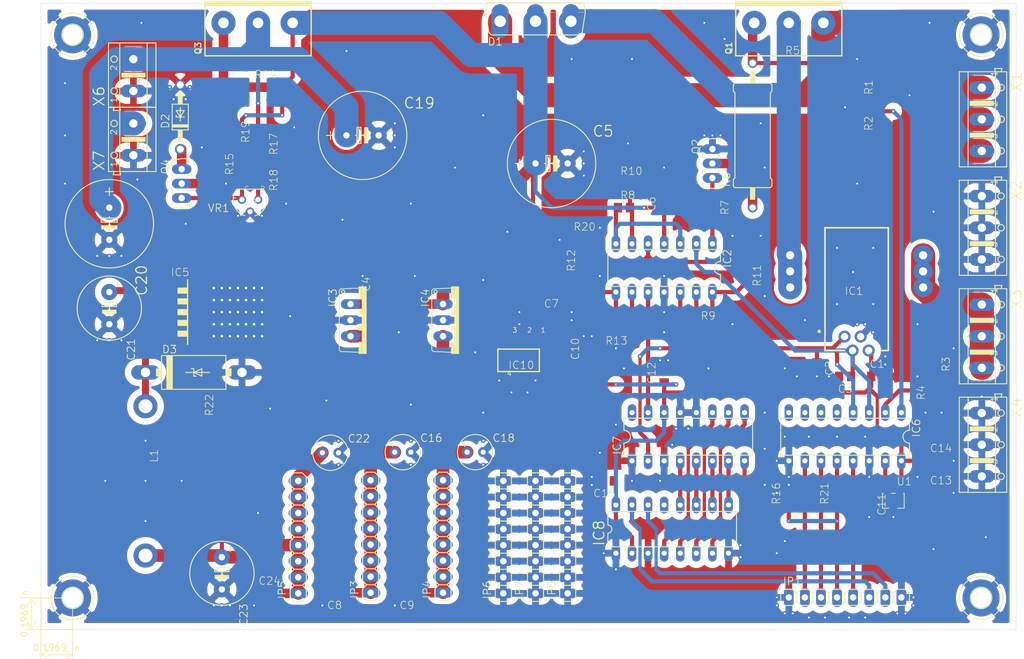
<source format=kicad_pcb>
(kicad_pcb (version 20171130) (host pcbnew "(5.1.5)-3")
  (layers (0 Top signal) (31 Bottom signal) (34 B.Paste user) (35 F.Paste user) (36 B.SilkS user) (37 F.SilkS user) (38 B.Mask user) (39 F.Mask user) (44 Edge.Cuts user))
  (net 0 "")
  (net 1 GND)
  (net 2 +5V)
  (net 3 +15V)
  (net 4 "Net-(D1-Pad3)")
  (net 5 "Net-(IC1-Pad5)")
  (net 6 /I_BATT)
  (net 7 /I_REF)
  (net 8 "Net-(Q2-PadB)")
  (net 9 "Net-(Q2-PadC)")
  (net 10 "Net-(D1-Pad1)")
  (net 11 "Net-(Q1-Pad1)")
  (net 12 "Net-(IC2-Pad1)")
  (net 13 /ADC_REF)
  (net 14 /CLK)
  (net 15 /MISO)
  (net 16 /MOSI)
  (net 17 /CS)
  (net 18 "Net-(IC6-PadCH4)")
  (net 19 "Net-(IC6-PadCH5)")
  (net 20 "Net-(IC6-PadCH7)")
  (net 21 "Net-(IC6-PadCH6)")
  (net 22 /U_BATT)
  (net 23 /U_PSU)
  (net 24 /SDA)
  (net 25 /SCL)
  (net 26 "Net-(IC8-Pad13)")
  (net 27 "Net-(IC7-Pad4)")
  (net 28 "Net-(IC7-Pad5)")
  (net 29 "Net-(IC7-Pad6)")
  (net 30 "Net-(IC7-Pad7)")
  (net 31 "Net-(IC7-Pad8)")
  (net 32 "Net-(IC7-Pad9)")
  (net 33 "Net-(IC7-Pad10)")
  (net 34 "Net-(IC7-Pad11)")
  (net 35 "Net-(IC2-Pad14)")
  (net 36 "Net-(IC2-Pad13)")
  (net 37 "Net-(IC2-Pad10)")
  (net 38 "Net-(IC2-Pad9)")
  (net 39 "Net-(IC2-Pad5)")
  (net 40 "Net-(IC2-Pad6)")
  (net 41 "Net-(IC2-Pad3)")
  (net 42 "Net-(IC2-Pad8)")
  (net 43 "Net-(IC7-Pad16)")
  (net 44 "Net-(JP1-Pad4)")
  (net 45 /5V_OUT)
  (net 46 /3V3_OUT)
  (net 47 /12V_OUT)
  (net 48 "Net-(Q3-Pad1)")
  (net 49 "Net-(Q4-PadB)")
  (net 50 "Net-(D2-PadC)")
  (net 51 "Net-(R17-Pad2)")
  (net 52 "Net-(R17-Pad1)")
  (net 53 /5V_OUT_B)
  (net 54 "Net-(IC5-Pad4)")
  (net 55 "Net-(D3-PadC)")
  (module supply_board:C0805 (layer Top) (at 203.5811 114.4986)
    (fp_text reference C1 (at -1.27 -1.27) (layer F.SilkS) (effects (font (size 1.2065 1.2065) (thickness 0.1016)) (justify left bottom)))
    (fp_text value 47n)
    (pad 2 smd rect (at 0.95 0) (size 1.3 1.5) (layers Top F.Paste F.Mask) (net 1 GND))
    (pad 1 smd rect (at -0.95 0) (size 1.3 1.5) (layers Top F.Paste F.Mask) (net 2 +5V))
  )
  (module supply_board:C0805 (layer Top) (at 157.8611 110.6886 90)
    (fp_text reference C10 (at -1.27 -1.27 90) (layer F.SilkS) (effects (font (size 1.2065 1.2065) (thickness 0.1016)) (justify left bottom)))
    (fp_text value 1u)
    (pad 2 smd rect (at 0.95 0 90) (size 1.3 1.5) (layers Top F.Paste F.Mask) (net 1 GND))
    (pad 1 smd rect (at -0.95 0 90) (size 1.3 1.5) (layers Top F.Paste F.Mask) (net 2 +5V))
  )
  (module supply_board:C0805 (layer Top) (at 202.3111 134.1836 270)
    (fp_text reference C11 (at -1.27 -1.27 270) (layer F.SilkS) (effects (font (size 1.2065 1.2065) (thickness 0.1016)) (justify right top)))
    (fp_text value 47n)
    (pad 2 smd rect (at 0.95 0 270) (size 1.3 1.5) (layers Top F.Paste F.Mask) (net 1 GND))
    (pad 1 smd rect (at -0.95 0 270) (size 1.3 1.5) (layers Top F.Paste F.Mask) (net 13 /ADC_REF))
  )
  (module supply_board:C0805 (layer Top) (at 169.9261 114.4986 90)
    (fp_text reference C12 (at -1.27 -1.27 90) (layer F.SilkS) (effects (font (size 1.2065 1.2065) (thickness 0.1016)) (justify left bottom)))
    (fp_text value 100n)
    (pad 2 smd rect (at 0.95 0 90) (size 1.3 1.5) (layers Top F.Paste F.Mask) (net 1 GND))
    (pad 1 smd rect (at -0.95 0 90) (size 1.3 1.5) (layers Top F.Paste F.Mask) (net 2 +5V))
  )
  (module supply_board:C0805 (layer Top) (at 213.1061 132.9136)
    (fp_text reference C13 (at -1.27 -1.27) (layer F.SilkS) (effects (font (size 1.2065 1.2065) (thickness 0.1016)) (justify left bottom)))
    (fp_text value 100n)
    (pad 2 smd rect (at 0.95 0) (size 1.3 1.5) (layers Top F.Paste F.Mask) (net 1 GND))
    (pad 1 smd rect (at -0.95 0) (size 1.3 1.5) (layers Top F.Paste F.Mask) (net 2 +5V))
  )
  (module supply_board:C0805 (layer Top) (at 213.1061 127.8336)
    (fp_text reference C14 (at -1.27 -1.27) (layer F.SilkS) (effects (font (size 1.2065 1.2065) (thickness 0.1016)) (justify left bottom)))
    (fp_text value 100n)
    (pad 2 smd rect (at 0.95 0) (size 1.3 1.5) (layers Top F.Paste F.Mask) (net 1 GND))
    (pad 1 smd rect (at -0.95 0) (size 1.3 1.5) (layers Top F.Paste F.Mask) (net 2 +5V))
  )
  (module supply_board:C0805 (layer Top) (at 161.0361 131.0086 180)
    (fp_text reference C15 (at -1.27 -1.27 180) (layer F.SilkS) (effects (font (size 1.2065 1.2065) (thickness 0.1016)) (justify right top)))
    (fp_text value 100n)
    (pad 2 smd rect (at 0.95 0 180) (size 1.3 1.5) (layers Top F.Paste F.Mask) (net 1 GND))
    (pad 1 smd rect (at -0.95 0 180) (size 1.3 1.5) (layers Top F.Paste F.Mask) (net 2 +5V))
  )
  (module supply_board:E2,5-6 (layer Top) (at 128.6511 126.4686)
    (fp_text reference C16 (at 2.667 -1.524) (layer F.SilkS) (effects (font (size 1.2065 1.2065) (thickness 0.127)) (justify left bottom)))
    (fp_text value ?)
    (pad + thru_hole circle (at -1.27 0) (size 1.6002 1.6002) (drill 0.8128) (layers *.Cu *.Mask) (net 45 /5V_OUT))
    (pad - thru_hole circle (at 1.27 0) (size 1.6002 1.6002) (drill 0.8128) (layers *.Cu *.Mask) (net 1 GND))
  )
  (module supply_board:E2,5-6 (layer Top) (at 140.0811 126.4686)
    (fp_text reference C18 (at 2.667 -1.524) (layer F.SilkS) (effects (font (size 1.2065 1.2065) (thickness 0.127)) (justify left bottom)))
    (fp_text value CPOL-EUE2.5-6)
    (pad + thru_hole circle (at -1.27 0) (size 1.6002 1.6002) (drill 0.8128) (layers *.Cu *.Mask) (net 46 /3V3_OUT))
    (pad - thru_hole circle (at 1.27 0) (size 1.6002 1.6002) (drill 0.8128) (layers *.Cu *.Mask) (net 1 GND))
  )
  (module supply_board:E5-13 (layer Top) (at 122.3011 76.3986)
    (fp_text reference C19 (at 6.3754 -4.1148) (layer F.SilkS) (effects (font (size 1.6891 1.6891) (thickness 0.1778)) (justify left bottom)))
    (fp_text value ?)
    (pad - thru_hole circle (at 2.54 0) (size 2.54 2.54) (drill 1.016) (layers *.Cu *.Mask) (net 1 GND))
    (pad + thru_hole circle (at -2.54 0) (size 2.54 2.54) (drill 1.016) (layers *.Cu *.Mask) (net 47 /12V_OUT))
  )
  (module supply_board:C0805 (layer Top) (at 194.0561 113.2286 270)
    (fp_text reference C2 (at -1.27 -1.27 270) (layer F.SilkS) (effects (font (size 1.2065 1.2065) (thickness 0.1016)) (justify right top)))
    (fp_text value 47n)
    (pad 2 smd rect (at 0.95 0 270) (size 1.3 1.5) (layers Top F.Paste F.Mask) (net 1 GND))
    (pad 1 smd rect (at -0.95 0 270) (size 1.3 1.5) (layers Top F.Paste F.Mask) (net 7 /I_REF))
  )
  (module supply_board:C0805 (layer Top) (at 198.5011 114.4986 180)
    (fp_text reference C3 (at -1.27 -1.27 180) (layer F.SilkS) (effects (font (size 1.2065 1.2065) (thickness 0.1016)) (justify right top)))
    (fp_text value 4n7)
    (pad 2 smd rect (at 0.95 0 180) (size 1.3 1.5) (layers Top F.Paste F.Mask) (net 1 GND))
    (pad 1 smd rect (at -0.95 0 180) (size 1.3 1.5) (layers Top F.Paste F.Mask) (net 6 /I_BATT))
  )
  (module supply_board:C0805 (layer Top) (at 124.8411 99.8936 90)
    (fp_text reference C4 (at -1.27 -1.27 90) (layer F.SilkS) (effects (font (size 1.2065 1.2065) (thickness 0.1016)) (justify left bottom)))
    (fp_text value 1u)
    (pad 2 smd rect (at 0.95 0 90) (size 1.3 1.5) (layers Top F.Paste F.Mask) (net 1 GND))
    (pad 1 smd rect (at -0.95 0 90) (size 1.3 1.5) (layers Top F.Paste F.Mask) (net 3 +15V))
  )
  (module supply_board:E5-13 (layer Top) (at 152.1461 80.8436)
    (fp_text reference C5 (at 6.3754 -4.1148) (layer F.SilkS) (effects (font (size 1.6891 1.6891) (thickness 0.1778)) (justify left bottom)))
    (fp_text value ?)
    (pad - thru_hole circle (at 2.54 0) (size 2.54 2.54) (drill 1.016) (layers *.Cu *.Mask) (net 1 GND))
    (pad + thru_hole circle (at -2.54 0) (size 2.54 2.54) (drill 1.016) (layers *.Cu *.Mask) (net 3 +15V))
  )
  (module supply_board:C0805 (layer Top) (at 169.9261 87.1936 90)
    (fp_text reference C6 (at -1.27 -1.27 90) (layer F.SilkS) (effects (font (size 1.2065 1.2065) (thickness 0.1016)) (justify left bottom)))
    (fp_text value 1u)
    (pad 2 smd rect (at 0.95 0 90) (size 1.3 1.5) (layers Top F.Paste F.Mask) (net 1 GND))
    (pad 1 smd rect (at -0.95 0 90) (size 1.3 1.5) (layers Top F.Paste F.Mask) (net 3 +15V))
  )
  (module supply_board:C0805 (layer Top) (at 152.1461 104.9736)
    (fp_text reference C7 (at -1.27 -1.27) (layer F.SilkS) (effects (font (size 1.2065 1.2065) (thickness 0.1016)) (justify left bottom)))
    (fp_text value 1u)
    (pad 2 smd rect (at 0.95 0) (size 1.3 1.5) (layers Top F.Paste F.Mask) (net 1 GND))
    (pad 1 smd rect (at -0.95 0) (size 1.3 1.5) (layers Top F.Paste F.Mask) (net 3 +15V))
  )
  (module supply_board:C0805 (layer Top) (at 117.8561 148.6936 180)
    (fp_text reference C8 (at -1.27 -1.27 180) (layer F.SilkS) (effects (font (size 1.2065 1.2065) (thickness 0.1016)) (justify right top)))
    (fp_text value 1u)
    (pad 2 smd rect (at 0.95 0 180) (size 1.3 1.5) (layers Top F.Paste F.Mask) (net 1 GND))
    (pad 1 smd rect (at -0.95 0 180) (size 1.3 1.5) (layers Top F.Paste F.Mask) (net 45 /5V_OUT))
  )
  (module supply_board:C0805 (layer Top) (at 129.2861 148.6936 180)
    (fp_text reference C9 (at -1.27 -1.27 180) (layer F.SilkS) (effects (font (size 1.2065 1.2065) (thickness 0.1016)) (justify right top)))
    (fp_text value 1u)
    (pad 2 smd rect (at 0.95 0 180) (size 1.3 1.5) (layers Top F.Paste F.Mask) (net 1 GND))
    (pad 1 smd rect (at -0.95 0 180) (size 1.3 1.5) (layers Top F.Paste F.Mask) (net 46 /3V3_OUT))
  )
  (module supply_board:TO247BV (layer Top) (at 149.6061 55.4436)
    (fp_text reference D1 (at -7.62 6.858) (layer F.SilkS) (effects (font (size 1.2065 1.2065) (thickness 0.127)) (justify left bottom)))
    (fp_text value DSA80C45HB)
    (pad 3 thru_hole oval (at 5.588 2.921 90) (size 5.4 2.7) (drill 1.8) (layers *.Cu *.Mask) (net 4 "Net-(D1-Pad3)"))
    (pad 2 thru_hole oval (at 0 2.921 90) (size 5.4 2.7) (drill 1.8) (layers *.Cu *.Mask) (net 3 +15V))
    (pad 1 thru_hole oval (at -5.588 2.921 90) (size 5.4 2.7) (drill 1.8) (layers *.Cu *.Mask) (net 10 "Net-(D1-Pad1)"))
  )
  (module supply_board:HLSR16-P (layer Top) (at 195.3261 91.0036)
    (fp_text reference IC1 (at 4.582 10) (layer F.SilkS) (effects (font (size 1.2065 1.2065) (thickness 0.1016))))
    (fp_text value HLSR_10-P)
    (pad 10 thru_hole circle (at -5.5 9.43) (size 3.1 3.1) (drill 1.3) (layers *.Cu *.Mask) (net 4 "Net-(D1-Pad3)"))
    (pad 9 thru_hole circle (at -5.5 6.89) (size 3.1 3.1) (drill 1.3) (layers *.Cu *.Mask) (net 4 "Net-(D1-Pad3)"))
    (pad 8 thru_hole circle (at -5.5 4.35) (size 3.1 3.1) (drill 1.3) (layers *.Cu *.Mask) (net 4 "Net-(D1-Pad3)"))
    (pad 7 thru_hole circle (at 15.5 4.35) (size 3.1 3.1) (drill 1.3) (layers *.Cu *.Mask) (net 5 "Net-(IC1-Pad5)"))
    (pad 6 thru_hole circle (at 15.5 6.89) (size 3.1 3.1) (drill 1.3) (layers *.Cu *.Mask) (net 5 "Net-(IC1-Pad5)"))
    (pad 5 thru_hole circle (at 15.5 9.43) (size 3.1 3.1) (drill 1.3) (layers *.Cu *.Mask) (net 5 "Net-(IC1-Pad5)"))
    (pad 4 thru_hole circle (at 6.9 19.4) (size 1.9 1.9) (drill 1.15) (layers *.Cu *.Mask) (net 2 +5V))
    (pad 3 thru_hole circle (at 5.63 17.2) (size 1.9 1.9) (drill 1.15) (layers *.Cu *.Mask) (net 1 GND))
    (pad 2 thru_hole circle (at 4.36 19.4) (size 1.9 1.9) (drill 1.15) (layers *.Cu *.Mask) (net 6 /I_BATT))
    (pad 1 thru_hole circle (at 3.09 17.2) (size 1.9 1.9) (drill 1.15) (layers *.Cu *.Mask) (net 7 /I_REF))
  )
  (module supply_board:DIL14 (layer Top) (at 169.9261 97.3536 180)
    (fp_text reference IC2 (at -9.271 3.048 270) (layer F.SilkS) (effects (font (size 1.2065 1.2065) (thickness 0.127)) (justify right top)))
    (fp_text value LM324N)
    (pad 14 thru_hole oval (at -7.62 -3.81 270) (size 2.6416 1.3208) (drill 0.8128) (layers *.Cu *.Mask) (net 35 "Net-(IC2-Pad14)"))
    (pad 13 thru_hole oval (at -5.08 -3.81 270) (size 2.6416 1.3208) (drill 0.8128) (layers *.Cu *.Mask) (net 36 "Net-(IC2-Pad13)"))
    (pad 12 thru_hole oval (at -2.54 -3.81 270) (size 2.6416 1.3208) (drill 0.8128) (layers *.Cu *.Mask) (net 7 /I_REF))
    (pad 11 thru_hole oval (at 0 -3.81 270) (size 2.6416 1.3208) (drill 0.8128) (layers *.Cu *.Mask) (net 1 GND))
    (pad 10 thru_hole oval (at 2.54 -3.81 270) (size 2.6416 1.3208) (drill 0.8128) (layers *.Cu *.Mask) (net 37 "Net-(IC2-Pad10)"))
    (pad 9 thru_hole oval (at 5.08 -3.81 270) (size 2.6416 1.3208) (drill 0.8128) (layers *.Cu *.Mask) (net 38 "Net-(IC2-Pad9)"))
    (pad 5 thru_hole oval (at 2.54 3.81 270) (size 2.6416 1.3208) (drill 0.8128) (layers *.Cu *.Mask) (net 39 "Net-(IC2-Pad5)"))
    (pad 6 thru_hole oval (at 5.08 3.81 270) (size 2.6416 1.3208) (drill 0.8128) (layers *.Cu *.Mask) (net 40 "Net-(IC2-Pad6)"))
    (pad 4 thru_hole oval (at 0 3.81 270) (size 2.6416 1.3208) (drill 0.8128) (layers *.Cu *.Mask) (net 3 +15V))
    (pad 3 thru_hole oval (at -2.54 3.81 270) (size 2.6416 1.3208) (drill 0.8128) (layers *.Cu *.Mask) (net 41 "Net-(IC2-Pad3)"))
    (pad 8 thru_hole oval (at 7.62 -3.81 270) (size 2.6416 1.3208) (drill 0.8128) (layers *.Cu *.Mask) (net 42 "Net-(IC2-Pad8)"))
    (pad 7 thru_hole oval (at 7.62 3.81 270) (size 2.6416 1.3208) (drill 0.8128) (layers *.Cu *.Mask) (net 41 "Net-(IC2-Pad3)"))
    (pad 2 thru_hole oval (at -5.08 3.81 270) (size 2.6416 1.3208) (drill 0.8128) (layers *.Cu *.Mask) (net 6 /I_BATT))
    (pad 1 thru_hole oval (at -7.62 3.81 270) (size 2.6416 1.3208) (drill 0.8128) (layers *.Cu *.Mask) (net 12 "Net-(IC2-Pad1)"))
  )
  (module supply_board:TO220V (layer Top) (at 122.9361 105.6086 270)
    (fp_text reference IC3 (at -5.08 6.0452 270) (layer F.SilkS) (effects (font (size 1.2065 1.2065) (thickness 0.127)) (justify right top)))
    (fp_text value "AIMTEC 5.0V")
    (pad 3 thru_hole oval (at 2.54 2.54) (size 3.048 1.524) (drill 1.016) (layers *.Cu *.Mask) (net 45 /5V_OUT))
    (pad 2 thru_hole oval (at 0 2.54) (size 3.048 1.524) (drill 1.016) (layers *.Cu *.Mask) (net 1 GND))
    (pad 1 thru_hole oval (at -2.54 2.54) (size 3.048 1.524) (drill 1.016) (layers *.Cu *.Mask) (net 3 +15V))
  )
  (module supply_board:TO220V (layer Top) (at 137.5411 105.6086 270)
    (fp_text reference IC4 (at -5.08 6.0452 270) (layer F.SilkS) (effects (font (size 1.2065 1.2065) (thickness 0.127)) (justify right top)))
    (fp_text value "AIMTEC 3.3V")
    (pad 3 thru_hole oval (at 2.54 2.54) (size 3.048 1.524) (drill 1.016) (layers *.Cu *.Mask) (net 46 /3V3_OUT))
    (pad 2 thru_hole oval (at 0 2.54) (size 3.048 1.524) (drill 1.016) (layers *.Cu *.Mask) (net 1 GND))
    (pad 1 thru_hole oval (at -2.54 2.54) (size 3.048 1.524) (drill 1.016) (layers *.Cu *.Mask) (net 3 +15V))
  )
  (module supply_board:DIL16 (layer Top) (at 198.5011 124.0236 180)
    (fp_text reference IC6 (at -10.541 2.921 270) (layer F.SilkS) (effects (font (size 1.2065 1.2065) (thickness 0.127)) (justify right top)))
    (fp_text value MCP3208)
    (pad VDD thru_hole oval (at -8.89 -3.81 270) (size 2.6416 1.3208) (drill 0.8128) (layers *.Cu *.Mask) (net 2 +5V))
    (pad VREF thru_hole oval (at -6.35 -3.81 270) (size 2.6416 1.3208) (drill 0.8128) (layers *.Cu *.Mask) (net 13 /ADC_REF))
    (pad AGND thru_hole oval (at -3.81 -3.81 270) (size 2.6416 1.3208) (drill 0.8128) (layers *.Cu *.Mask) (net 1 GND))
    (pad CLK thru_hole oval (at -1.27 -3.81 270) (size 2.6416 1.3208) (drill 0.8128) (layers *.Cu *.Mask) (net 14 /CLK))
    (pad DOUT thru_hole oval (at 1.27 -3.81 270) (size 2.6416 1.3208) (drill 0.8128) (layers *.Cu *.Mask) (net 15 /MISO))
    (pad DIN thru_hole oval (at 3.81 -3.81 270) (size 2.6416 1.3208) (drill 0.8128) (layers *.Cu *.Mask) (net 16 /MOSI))
    (pad CS thru_hole oval (at 6.35 -3.81 270) (size 2.6416 1.3208) (drill 0.8128) (layers *.Cu *.Mask) (net 17 /CS))
    (pad DGND thru_hole oval (at 8.89 -3.81 270) (size 2.6416 1.3208) (drill 0.8128) (layers *.Cu *.Mask) (net 1 GND))
    (pad CH4 thru_hole oval (at 1.27 3.81 270) (size 2.6416 1.3208) (drill 0.8128) (layers *.Cu *.Mask) (net 18 "Net-(IC6-PadCH4)"))
    (pad CH5 thru_hole oval (at 3.81 3.81 270) (size 2.6416 1.3208) (drill 0.8128) (layers *.Cu *.Mask) (net 19 "Net-(IC6-PadCH5)"))
    (pad CH3 thru_hole oval (at -1.27 3.81 270) (size 2.6416 1.3208) (drill 0.8128) (layers *.Cu *.Mask) (net 7 /I_REF))
    (pad CH2 thru_hole oval (at -3.81 3.81 270) (size 2.6416 1.3208) (drill 0.8128) (layers *.Cu *.Mask) (net 6 /I_BATT))
    (pad CH7 thru_hole oval (at 8.89 3.81 270) (size 2.6416 1.3208) (drill 0.8128) (layers *.Cu *.Mask) (net 20 "Net-(IC6-PadCH7)"))
    (pad CH6 thru_hole oval (at 6.35 3.81 270) (size 2.6416 1.3208) (drill 0.8128) (layers *.Cu *.Mask) (net 21 "Net-(IC6-PadCH6)"))
    (pad CH1 thru_hole oval (at -6.35 3.81 270) (size 2.6416 1.3208) (drill 0.8128) (layers *.Cu *.Mask) (net 22 /U_BATT))
    (pad CH0 thru_hole oval (at -8.89 3.81 270) (size 2.6416 1.3208) (drill 0.8128) (layers *.Cu *.Mask) (net 23 /U_PSU))
  )
  (module supply_board:DIL16 (layer Top) (at 173.7361 124.0236)
    (fp_text reference IC7 (at -10.541 2.921 90) (layer F.SilkS) (effects (font (size 1.2065 1.2065) (thickness 0.127)) (justify left bottom)))
    (fp_text value AD7524N)
    (pad 16 thru_hole oval (at -8.89 -3.81 90) (size 2.6416 1.3208) (drill 0.8128) (layers *.Cu *.Mask) (net 43 "Net-(IC7-Pad16)"))
    (pad 15 thru_hole oval (at -6.35 -3.81 90) (size 2.6416 1.3208) (drill 0.8128) (layers *.Cu *.Mask) (net 37 "Net-(IC2-Pad10)"))
    (pad 14 thru_hole oval (at -3.81 -3.81 90) (size 2.6416 1.3208) (drill 0.8128) (layers *.Cu *.Mask) (net 2 +5V))
    (pad 13 thru_hole oval (at -1.27 -3.81 90) (size 2.6416 1.3208) (drill 0.8128) (layers *.Cu *.Mask) (net 1 GND))
    (pad 12 thru_hole oval (at 1.27 -3.81 90) (size 2.6416 1.3208) (drill 0.8128) (layers *.Cu *.Mask) (net 1 GND))
    (pad 11 thru_hole oval (at 3.81 -3.81 90) (size 2.6416 1.3208) (drill 0.8128) (layers *.Cu *.Mask) (net 34 "Net-(IC7-Pad11)"))
    (pad 10 thru_hole oval (at 6.35 -3.81 90) (size 2.6416 1.3208) (drill 0.8128) (layers *.Cu *.Mask) (net 33 "Net-(IC7-Pad10)"))
    (pad 9 thru_hole oval (at 8.89 -3.81 90) (size 2.6416 1.3208) (drill 0.8128) (layers *.Cu *.Mask) (net 32 "Net-(IC7-Pad9)"))
    (pad 5 thru_hole oval (at 1.27 3.81 90) (size 2.6416 1.3208) (drill 0.8128) (layers *.Cu *.Mask) (net 28 "Net-(IC7-Pad5)"))
    (pad 6 thru_hole oval (at 3.81 3.81 90) (size 2.6416 1.3208) (drill 0.8128) (layers *.Cu *.Mask) (net 29 "Net-(IC7-Pad6)"))
    (pad 4 thru_hole oval (at -1.27 3.81 90) (size 2.6416 1.3208) (drill 0.8128) (layers *.Cu *.Mask) (net 27 "Net-(IC7-Pad4)"))
    (pad 3 thru_hole oval (at -3.81 3.81 90) (size 2.6416 1.3208) (drill 0.8128) (layers *.Cu *.Mask) (net 1 GND))
    (pad 8 thru_hole oval (at 8.89 3.81 90) (size 2.6416 1.3208) (drill 0.8128) (layers *.Cu *.Mask) (net 31 "Net-(IC7-Pad8)"))
    (pad 7 thru_hole oval (at 6.35 3.81 90) (size 2.6416 1.3208) (drill 0.8128) (layers *.Cu *.Mask) (net 30 "Net-(IC7-Pad7)"))
    (pad 2 thru_hole oval (at -6.35 3.81 90) (size 2.6416 1.3208) (drill 0.8128) (layers *.Cu *.Mask) (net 7 /I_REF))
    (pad 1 thru_hole oval (at -8.89 3.81 90) (size 2.6416 1.3208) (drill 0.8128) (layers *.Cu *.Mask) (net 1 GND))
  )
  (module supply_board:DIL16 (layer Top) (at 171.1961 138.6286)
    (fp_text reference IC8 (at -10.5664 2.794 90) (layer F.SilkS) (effects (font (size 1.6891 1.6891) (thickness 0.1778)) (justify left bottom)))
    (fp_text value PCF8574P)
    (pad 16 thru_hole oval (at -8.89 -3.81 90) (size 2.6416 1.3208) (drill 0.8128) (layers *.Cu *.Mask) (net 2 +5V))
    (pad 15 thru_hole oval (at -6.35 -3.81 90) (size 2.6416 1.3208) (drill 0.8128) (layers *.Cu *.Mask) (net 24 /SDA))
    (pad 14 thru_hole oval (at -3.81 -3.81 90) (size 2.6416 1.3208) (drill 0.8128) (layers *.Cu *.Mask) (net 25 /SCL))
    (pad 13 thru_hole oval (at -1.27 -3.81 90) (size 2.6416 1.3208) (drill 0.8128) (layers *.Cu *.Mask) (net 26 "Net-(IC8-Pad13)"))
    (pad 12 thru_hole oval (at 1.27 -3.81 90) (size 2.6416 1.3208) (drill 0.8128) (layers *.Cu *.Mask) (net 27 "Net-(IC7-Pad4)"))
    (pad 11 thru_hole oval (at 3.81 -3.81 90) (size 2.6416 1.3208) (drill 0.8128) (layers *.Cu *.Mask) (net 28 "Net-(IC7-Pad5)"))
    (pad 10 thru_hole oval (at 6.35 -3.81 90) (size 2.6416 1.3208) (drill 0.8128) (layers *.Cu *.Mask) (net 29 "Net-(IC7-Pad6)"))
    (pad 9 thru_hole oval (at 8.89 -3.81 90) (size 2.6416 1.3208) (drill 0.8128) (layers *.Cu *.Mask) (net 30 "Net-(IC7-Pad7)"))
    (pad 8 thru_hole oval (at 8.89 3.81 90) (size 2.6416 1.3208) (drill 0.8128) (layers *.Cu *.Mask) (net 1 GND))
    (pad 7 thru_hole oval (at 6.35 3.81 90) (size 2.6416 1.3208) (drill 0.8128) (layers *.Cu *.Mask) (net 31 "Net-(IC7-Pad8)"))
    (pad 6 thru_hole oval (at 3.81 3.81 90) (size 2.6416 1.3208) (drill 0.8128) (layers *.Cu *.Mask) (net 32 "Net-(IC7-Pad9)"))
    (pad 5 thru_hole oval (at 1.27 3.81 90) (size 2.6416 1.3208) (drill 0.8128) (layers *.Cu *.Mask) (net 33 "Net-(IC7-Pad10)"))
    (pad 4 thru_hole oval (at -1.27 3.81 90) (size 2.6416 1.3208) (drill 0.8128) (layers *.Cu *.Mask) (net 34 "Net-(IC7-Pad11)"))
    (pad 3 thru_hole oval (at -3.81 3.81 90) (size 2.6416 1.3208) (drill 0.8128) (layers *.Cu *.Mask) (net 1 GND))
    (pad 2 thru_hole oval (at -6.35 3.81 90) (size 2.6416 1.3208) (drill 0.8128) (layers *.Cu *.Mask) (net 2 +5V))
    (pad 1 thru_hole oval (at -8.89 3.81 90) (size 2.6416 1.3208) (drill 0.8128) (layers *.Cu *.Mask) (net 1 GND))
  )
  (module supply_board:1X08 (layer Top) (at 198.5011 149.4236)
    (fp_text reference JP1 (at -10.2362 -1.8288) (layer F.SilkS) (effects (font (size 1.2065 1.2065) (thickness 0.127)) (justify left bottom)))
    (fp_text value PINHD-1X8)
    (pad 8 thru_hole oval (at 8.89 0 90) (size 3.048 1.524) (drill 1.016) (layers *.Cu *.Mask) (net 1 GND))
    (pad 7 thru_hole oval (at 6.35 0 90) (size 3.048 1.524) (drill 1.016) (layers *.Cu *.Mask) (net 25 /SCL))
    (pad 6 thru_hole oval (at 3.81 0 90) (size 3.048 1.524) (drill 1.016) (layers *.Cu *.Mask) (net 24 /SDA))
    (pad 5 thru_hole oval (at 1.27 0 90) (size 3.048 1.524) (drill 1.016) (layers *.Cu *.Mask) (net 14 /CLK))
    (pad 4 thru_hole oval (at -1.27 0 90) (size 3.048 1.524) (drill 1.016) (layers *.Cu *.Mask) (net 44 "Net-(JP1-Pad4)"))
    (pad 3 thru_hole oval (at -3.81 0 90) (size 3.048 1.524) (drill 1.016) (layers *.Cu *.Mask) (net 16 /MOSI))
    (pad 2 thru_hole oval (at -6.35 0 90) (size 3.048 1.524) (drill 1.016) (layers *.Cu *.Mask) (net 17 /CS))
    (pad 1 thru_hole oval (at -8.89 0 90) (size 3.048 1.524) (drill 1.016) (layers *.Cu *.Mask) (net 1 GND))
  )
  (module supply_board:1X08 (layer Top) (at 123.5711 139.8036 90)
    (fp_text reference JP3 (at -10.2362 -1.8288 90) (layer F.SilkS) (effects (font (size 1.2065 1.2065) (thickness 0.127)) (justify left bottom)))
    (fp_text value PINHD-1X8)
    (pad 8 thru_hole oval (at 8.89 0 180) (size 3.048 1.524) (drill 1.016) (layers *.Cu *.Mask) (net 45 /5V_OUT))
    (pad 7 thru_hole oval (at 6.35 0 180) (size 3.048 1.524) (drill 1.016) (layers *.Cu *.Mask) (net 45 /5V_OUT))
    (pad 6 thru_hole oval (at 3.81 0 180) (size 3.048 1.524) (drill 1.016) (layers *.Cu *.Mask) (net 45 /5V_OUT))
    (pad 5 thru_hole oval (at 1.27 0 180) (size 3.048 1.524) (drill 1.016) (layers *.Cu *.Mask) (net 45 /5V_OUT))
    (pad 4 thru_hole oval (at -1.27 0 180) (size 3.048 1.524) (drill 1.016) (layers *.Cu *.Mask) (net 45 /5V_OUT))
    (pad 3 thru_hole oval (at -3.81 0 180) (size 3.048 1.524) (drill 1.016) (layers *.Cu *.Mask) (net 45 /5V_OUT))
    (pad 2 thru_hole oval (at -6.35 0 180) (size 3.048 1.524) (drill 1.016) (layers *.Cu *.Mask) (net 45 /5V_OUT))
    (pad 1 thru_hole oval (at -8.89 0 180) (size 3.048 1.524) (drill 1.016) (layers *.Cu *.Mask) (net 45 /5V_OUT))
  )
  (module supply_board:1X08 (layer Top) (at 135.0011 139.8036 90)
    (fp_text reference JP4 (at -10.2362 -1.8288 90) (layer F.SilkS) (effects (font (size 1.2065 1.2065) (thickness 0.127)) (justify left bottom)))
    (fp_text value PINHD-1X8)
    (pad 8 thru_hole oval (at 8.89 0 180) (size 3.048 1.524) (drill 1.016) (layers *.Cu *.Mask) (net 46 /3V3_OUT))
    (pad 7 thru_hole oval (at 6.35 0 180) (size 3.048 1.524) (drill 1.016) (layers *.Cu *.Mask) (net 46 /3V3_OUT))
    (pad 6 thru_hole oval (at 3.81 0 180) (size 3.048 1.524) (drill 1.016) (layers *.Cu *.Mask) (net 46 /3V3_OUT))
    (pad 5 thru_hole oval (at 1.27 0 180) (size 3.048 1.524) (drill 1.016) (layers *.Cu *.Mask) (net 46 /3V3_OUT))
    (pad 4 thru_hole oval (at -1.27 0 180) (size 3.048 1.524) (drill 1.016) (layers *.Cu *.Mask) (net 46 /3V3_OUT))
    (pad 3 thru_hole oval (at -3.81 0 180) (size 3.048 1.524) (drill 1.016) (layers *.Cu *.Mask) (net 46 /3V3_OUT))
    (pad 2 thru_hole oval (at -6.35 0 180) (size 3.048 1.524) (drill 1.016) (layers *.Cu *.Mask) (net 46 /3V3_OUT))
    (pad 1 thru_hole oval (at -8.89 0 180) (size 3.048 1.524) (drill 1.016) (layers *.Cu *.Mask) (net 46 /3V3_OUT))
  )
  (module supply_board:TO247-V (layer Top) (at 189.6111 58.6186)
    (fp_text reference Q1 (at -8.89 5.08 90) (layer F.SilkS) (effects (font (size 0.9652 0.9652) (thickness 0.18288)) (justify left bottom)))
    (fp_text value TIP36C)
    (pad 3 thru_hole circle (at 5.461 0 90) (size 3.81 3.81) (drill 1.6764) (layers *.Cu *.Mask) (net 10 "Net-(D1-Pad1)"))
    (pad 2 thru_hole circle (at 0 0 90) (size 3.81 3.81) (drill 1.6764) (layers *.Cu *.Mask) (net 4 "Net-(D1-Pad3)"))
    (pad 1 thru_hole circle (at -5.461 0 90) (size 3.81 3.81) (drill 1.6764) (layers *.Cu *.Mask) (net 11 "Net-(Q1-Pad1)"))
  )
  (module supply_board:TO126AV (layer Top) (at 178.8161 80.8436 270)
    (fp_text reference Q2 (at -3.9624 4.5466 270) (layer F.SilkS) (effects (font (size 1.2065 1.2065) (thickness 0.127)) (justify right top)))
    (fp_text value BD139-16)
    (pad B thru_hole oval (at 2.286 1.27) (size 3.048 1.524) (drill 1.016) (layers *.Cu *.Mask) (net 8 "Net-(Q2-PadB)"))
    (pad C thru_hole oval (at 0 1.27) (size 3.048 1.524) (drill 1.016) (layers *.Cu *.Mask) (net 9 "Net-(Q2-PadC)"))
    (pad E thru_hole oval (at -2.286 1.27) (size 3.048 1.524) (drill 1.016) (layers *.Cu *.Mask) (net 1 GND))
  )
  (module supply_board:TO247-V (layer Top) (at 105.7911 58.6186)
    (fp_text reference Q3 (at -8.89 5.08 90) (layer F.SilkS) (effects (font (size 0.9652 0.9652) (thickness 0.18288)) (justify left bottom)))
    (fp_text value TIP36C)
    (pad 3 thru_hole circle (at 5.461 0 90) (size 3.81 3.81) (drill 1.6764) (layers *.Cu *.Mask) (net 3 +15V))
    (pad 2 thru_hole circle (at 0 0 90) (size 3.81 3.81) (drill 1.6764) (layers *.Cu *.Mask) (net 47 /12V_OUT))
    (pad 1 thru_hole circle (at -5.461 0 90) (size 3.81 3.81) (drill 1.6764) (layers *.Cu *.Mask) (net 48 "Net-(Q3-Pad1)"))
  )
  (module supply_board:TO126AV (layer Top) (at 94.9961 84.0186 270)
    (fp_text reference Q4 (at -3.9624 4.5466 270) (layer F.SilkS) (effects (font (size 1.2065 1.2065) (thickness 0.127)) (justify right top)))
    (fp_text value BD139-16)
    (pad B thru_hole oval (at 2.286 1.27) (size 3.048 1.524) (drill 1.016) (layers *.Cu *.Mask) (net 49 "Net-(Q4-PadB)"))
    (pad C thru_hole oval (at 0 1.27) (size 3.048 1.524) (drill 1.016) (layers *.Cu *.Mask) (net 48 "Net-(Q3-Pad1)"))
    (pad E thru_hole oval (at -2.286 1.27) (size 3.048 1.524) (drill 1.016) (layers *.Cu *.Mask) (net 50 "Net-(D2-PadC)"))
  )
  (module supply_board:R0805 (layer Top) (at 204.2161 69.4136 90)
    (fp_text reference R1 (at -0.635 -1.27 90) (layer F.SilkS) (effects (font (size 1.2065 1.2065) (thickness 0.1016)) (justify left bottom)))
    (fp_text value 9k)
    (pad 2 smd rect (at 0.95 0 90) (size 1.3 1.5) (layers Top F.Paste F.Mask) (net 10 "Net-(D1-Pad1)"))
    (pad 1 smd rect (at -0.95 0 90) (size 1.3 1.5) (layers Top F.Paste F.Mask) (net 23 /U_PSU))
  )
  (module supply_board:R0805 (layer Top) (at 163.5761 84.0186)
    (fp_text reference R10 (at -0.635 -1.27) (layer F.SilkS) (effects (font (size 1.2065 1.2065) (thickness 0.1016)) (justify left bottom)))
    (fp_text value 10k)
    (pad 2 smd rect (at 0.95 0) (size 1.3 1.5) (layers Top F.Paste F.Mask) (net 40 "Net-(IC2-Pad6)"))
    (pad 1 smd rect (at -0.95 0) (size 1.3 1.5) (layers Top F.Paste F.Mask) (net 1 GND))
  )
  (module supply_board:R0805 (layer Top) (at 182.6261 97.3536 270)
    (fp_text reference R11 (at -0.635 -1.27 270) (layer F.SilkS) (effects (font (size 1.2065 1.2065) (thickness 0.1016)) (justify right top)))
    (fp_text value 10k)
    (pad 2 smd rect (at 0.95 0 270) (size 1.3 1.5) (layers Top F.Paste F.Mask) (net 35 "Net-(IC2-Pad14)"))
    (pad 1 smd rect (at -0.95 0 270) (size 1.3 1.5) (layers Top F.Paste F.Mask) (net 39 "Net-(IC2-Pad5)"))
  )
  (module supply_board:R0805 (layer Top) (at 157.2261 97.3536 90)
    (fp_text reference R12 (at -0.635 -1.27 90) (layer F.SilkS) (effects (font (size 1.2065 1.2065) (thickness 0.1016)) (justify left bottom)))
    (fp_text value 10k)
    (pad 2 smd rect (at 0.95 0 90) (size 1.3 1.5) (layers Top F.Paste F.Mask) (net 39 "Net-(IC2-Pad5)"))
    (pad 1 smd rect (at -0.95 0 90) (size 1.3 1.5) (layers Top F.Paste F.Mask) (net 42 "Net-(IC2-Pad8)"))
  )
  (module supply_board:R0805 (layer Top) (at 163.5761 106.8786 180)
    (fp_text reference R13 (at -0.635 -1.27 180) (layer F.SilkS) (effects (font (size 1.2065 1.2065) (thickness 0.1016)) (justify right top)))
    (fp_text value 4k7)
    (pad 2 smd rect (at 0.95 0 180) (size 1.3 1.5) (layers Top F.Paste F.Mask) (net 42 "Net-(IC2-Pad8)"))
    (pad 1 smd rect (at -0.95 0 180) (size 1.3 1.5) (layers Top F.Paste F.Mask) (net 38 "Net-(IC2-Pad9)"))
  )
  (module supply_board:R0805 (layer Top) (at 105.7911 68.7786)
    (fp_text reference R14 (at -0.635 -1.27) (layer F.SilkS) (effects (font (size 1.2065 1.2065) (thickness 0.1016)) (justify left bottom)))
    (fp_text value 1k)
    (pad 2 smd rect (at 0.95 0) (size 1.3 1.5) (layers Top F.Paste F.Mask) (net 3 +15V))
    (pad 1 smd rect (at -0.95 0) (size 1.3 1.5) (layers Top F.Paste F.Mask) (net 48 "Net-(Q3-Pad1)"))
  )
  (module supply_board:R0805 (layer Top) (at 103.2511 82.1136 90)
    (fp_text reference R15 (at -0.635 -1.27 90) (layer F.SilkS) (effects (font (size 1.2065 1.2065) (thickness 0.1016)) (justify left bottom)))
    (fp_text value 1k)
    (pad 2 smd rect (at 0.95 0 90) (size 1.3 1.5) (layers Top F.Paste F.Mask) (net 3 +15V))
    (pad 1 smd rect (at -0.95 0 90) (size 1.3 1.5) (layers Top F.Paste F.Mask) (net 49 "Net-(Q4-PadB)"))
  )
  (module supply_board:R0805 (layer Top) (at 110.2361 78.9386 90)
    (fp_text reference R17 (at -0.635 -1.27 90) (layer F.SilkS) (effects (font (size 1.2065 1.2065) (thickness 0.1016)) (justify left bottom)))
    (fp_text value 240R)
    (pad 2 smd rect (at 0.95 0 90) (size 1.3 1.5) (layers Top F.Paste F.Mask) (net 51 "Net-(R17-Pad2)"))
    (pad 1 smd rect (at -0.95 0 90) (size 1.3 1.5) (layers Top F.Paste F.Mask) (net 52 "Net-(R17-Pad1)"))
  )
  (module supply_board:R0805 (layer Top) (at 110.2361 84.6536 90)
    (fp_text reference R18 (at -0.635 -1.27 90) (layer F.SilkS) (effects (font (size 1.2065 1.2065) (thickness 0.1016)) (justify left bottom)))
    (fp_text value 22R)
    (pad 2 smd rect (at 0.95 0 90) (size 1.3 1.5) (layers Top F.Paste F.Mask) (net 52 "Net-(R17-Pad1)"))
    (pad 1 smd rect (at -0.95 0 90) (size 1.3 1.5) (layers Top F.Paste F.Mask) (net 1 GND))
  )
  (module supply_board:R0805 (layer Top) (at 105.7911 77.0336 90)
    (fp_text reference R19 (at -0.635 -1.27 90) (layer F.SilkS) (effects (font (size 1.2065 1.2065) (thickness 0.1016)) (justify left bottom)))
    (fp_text value 1k)
    (pad 2 smd rect (at 0.95 0 90) (size 1.3 1.5) (layers Top F.Paste F.Mask) (net 47 /12V_OUT))
    (pad 1 smd rect (at -0.95 0 90) (size 1.3 1.5) (layers Top F.Paste F.Mask) (net 51 "Net-(R17-Pad2)"))
  )
  (module supply_board:R0805 (layer Top) (at 204.2161 75.1286 90)
    (fp_text reference R2 (at -0.635 -1.27 90) (layer F.SilkS) (effects (font (size 1.2065 1.2065) (thickness 0.1016)) (justify left bottom)))
    (fp_text value 1k)
    (pad 2 smd rect (at 0.95 0 90) (size 1.3 1.5) (layers Top F.Paste F.Mask) (net 23 /U_PSU))
    (pad 1 smd rect (at -0.95 0 90) (size 1.3 1.5) (layers Top F.Paste F.Mask) (net 1 GND))
  )
  (module supply_board:R0805 (layer Top) (at 212.4711 111.9586 270)
    (fp_text reference R3 (at -0.635 -1.27 270) (layer F.SilkS) (effects (font (size 1.2065 1.2065) (thickness 0.1016)) (justify right top)))
    (fp_text value 9k)
    (pad 2 smd rect (at 0.95 0 270) (size 1.3 1.5) (layers Top F.Paste F.Mask) (net 22 /U_BATT))
    (pad 1 smd rect (at -0.95 0 270) (size 1.3 1.5) (layers Top F.Paste F.Mask) (net 5 "Net-(IC1-Pad5)"))
  )
  (module supply_board:R0805 (layer Top) (at 212.4711 117.6736 90)
    (fp_text reference R4 (at -0.635 -1.27 90) (layer F.SilkS) (effects (font (size 1.2065 1.2065) (thickness 0.1016)) (justify left bottom)))
    (fp_text value 1k)
    (pad 2 smd rect (at 0.95 0 90) (size 1.3 1.5) (layers Top F.Paste F.Mask) (net 22 /U_BATT))
    (pad 1 smd rect (at -0.95 0 90) (size 1.3 1.5) (layers Top F.Paste F.Mask) (net 1 GND))
  )
  (module supply_board:R0805 (layer Top) (at 189.6111 64.9686)
    (fp_text reference R5 (at -0.635 -1.27) (layer F.SilkS) (effects (font (size 1.2065 1.2065) (thickness 0.1016)) (justify left bottom)))
    (fp_text value 1k)
    (pad 2 smd rect (at 0.95 0) (size 1.3 1.5) (layers Top F.Paste F.Mask) (net 10 "Net-(D1-Pad1)"))
    (pad 1 smd rect (at -0.95 0) (size 1.3 1.5) (layers Top F.Paste F.Mask) (net 11 "Net-(Q1-Pad1)"))
  )
  (module supply_board:0617_22 (layer Top) (at 183.8961 76.3986 90)
    (fp_text reference R6 (at -8.255 -3.4544 90) (layer F.SilkS) (effects (font (size 1.2065 1.2065) (thickness 0.127)) (justify left bottom)))
    (fp_text value 47R/3W)
    (pad 2 thru_hole circle (at 11.43 0 90) (size 1.524 1.524) (drill 1.016) (layers *.Cu *.Mask) (net 11 "Net-(Q1-Pad1)"))
    (pad 1 thru_hole circle (at -11.43 0 90) (size 1.524 1.524) (drill 1.016) (layers *.Cu *.Mask) (net 9 "Net-(Q2-PadC)"))
  )
  (module supply_board:R0805 (layer Top) (at 177.5461 87.1936 270)
    (fp_text reference R7 (at -0.635 -1.27 270) (layer F.SilkS) (effects (font (size 1.2065 1.2065) (thickness 0.1016)) (justify right top)))
    (fp_text value 1k)
    (pad 2 smd rect (at 0.95 0 270) (size 1.3 1.5) (layers Top F.Paste F.Mask) (net 12 "Net-(IC2-Pad1)"))
    (pad 1 smd rect (at -0.95 0 270) (size 1.3 1.5) (layers Top F.Paste F.Mask) (net 8 "Net-(Q2-PadB)"))
  )
  (module supply_board:R0805 (layer Top) (at 163.5761 87.8286)
    (fp_text reference R8 (at -0.635 -1.27) (layer F.SilkS) (effects (font (size 1.2065 1.2065) (thickness 0.1016)) (justify left bottom)))
    (fp_text value 10k)
    (pad 2 smd rect (at 0.95 0) (size 1.3 1.5) (layers Top F.Paste F.Mask) (net 40 "Net-(IC2-Pad6)"))
    (pad 1 smd rect (at -0.95 0) (size 1.3 1.5) (layers Top F.Paste F.Mask) (net 41 "Net-(IC2-Pad3)"))
  )
  (module supply_board:R0805 (layer Top) (at 176.2761 106.8786)
    (fp_text reference R9 (at -0.635 -1.27) (layer F.SilkS) (effects (font (size 1.2065 1.2065) (thickness 0.1016)) (justify left bottom)))
    (fp_text value 2k)
    (pad 2 smd rect (at 0.95 0) (size 1.3 1.5) (layers Top F.Paste F.Mask) (net 35 "Net-(IC2-Pad14)"))
    (pad 1 smd rect (at -0.95 0) (size 1.3 1.5) (layers Top F.Paste F.Mask) (net 36 "Net-(IC2-Pad13)"))
  )
  (module supply_board:SOT23 (layer Top) (at 206.1211 134.1836 180)
    (fp_text reference U1 (at -3.005 3.795 180) (layer F.SilkS) (effects (font (size 1.2065 1.2065) (thickness 0.1016)) (justify right top)))
    (fp_text value VOLT_REFERENCE hide)
    (pad 1 smd rect (at -0.95 1.1 180) (size 1 1.4) (layers Top F.Paste F.Mask) (net 2 +5V))
    (pad 2 smd rect (at 0.95 1.1 180) (size 1 1.4) (layers Top F.Paste F.Mask) (net 13 /ADC_REF))
    (pad 3 smd rect (at 0 -1.1 180) (size 1 1.4) (layers Top F.Paste F.Mask) (net 1 GND))
  )
  (module supply_board:TO92-CLP (layer Top) (at 104.5211 86.5586 180)
    (fp_text reference VR1 (at 3.175 -0.635 180) (layer F.SilkS) (effects (font (size 1.2065 1.2065) (thickness 0.127)) (justify right top)))
    (fp_text value TL431CLP)
    (fp_text user C (at 0.9525 1.27 180) (layer F.SilkS) (effects (font (size 0.77216 0.77216) (thickness 0.065024)) (justify left bottom)))
    (fp_text user R (at -1.5875 1.27 180) (layer F.SilkS) (effects (font (size 0.77216 0.77216) (thickness 0.065024)) (justify left bottom)))
    (fp_text user A (at -0.3175 -0.635 180) (layer F.SilkS) (effects (font (size 0.77216 0.77216) (thickness 0.065024)) (justify left bottom)))
    (pad C thru_hole circle (at 1.27 0 180) (size 1.3208 1.3208) (drill 0.8128) (layers *.Cu *.Mask) (net 49 "Net-(Q4-PadB)"))
    (pad A thru_hole circle (at 0 -1.905 180) (size 1.3208 1.3208) (drill 0.8128) (layers *.Cu *.Mask) (net 1 GND))
    (pad R thru_hole circle (at -1.27 0 180) (size 1.3208 1.3208) (drill 0.8128) (layers *.Cu *.Mask) (net 51 "Net-(R17-Pad2)"))
  )
  (module supply_board:AK500_3 (layer Top) (at 220.0911 73.8586 270)
    (fp_text reference X1 (at -7.5946 -4.445 270) (layer F.SilkS) (effects (font (size 1.6891 1.6891) (thickness 0.1778)) (justify right top)))
    (fp_text value AK500_3)
    (fp_text user 3 (at 3.175 -2.54 270) (layer F.SilkS) (effects (font (size 0.94107 0.94107) (thickness 0.118872)) (justify left bottom)))
    (fp_text user 2 (at -1.905 -2.54 270) (layer F.SilkS) (effects (font (size 0.94107 0.94107) (thickness 0.118872)) (justify left bottom)))
    (fp_text user 1 (at -6.731 -2.54 270) (layer F.SilkS) (effects (font (size 0.94107 0.94107) (thickness 0.118872)) (justify left bottom)))
    (pad 3 thru_hole oval (at 5.0038 0) (size 3.9624 1.9812) (drill 1.3208) (layers *.Cu *.Mask) (net 10 "Net-(D1-Pad1)"))
    (pad 2 thru_hole oval (at 0 0) (size 3.9624 1.9812) (drill 1.3208) (layers *.Cu *.Mask) (net 10 "Net-(D1-Pad1)"))
    (pad 1 thru_hole oval (at -5.0038 0) (size 3.9624 1.9812) (drill 1.3208) (layers *.Cu *.Mask) (net 10 "Net-(D1-Pad1)"))
  )
  (module supply_board:AK500_3 (layer Top) (at 220.0911 91.0036 270)
    (fp_text reference X2 (at -7.5946 -4.445 270) (layer F.SilkS) (effects (font (size 1.6891 1.6891) (thickness 0.1778)) (justify right top)))
    (fp_text value AK500_3)
    (fp_text user 3 (at 3.175 -2.54 270) (layer F.SilkS) (effects (font (size 0.94107 0.94107) (thickness 0.118872)) (justify left bottom)))
    (fp_text user 2 (at -1.905 -2.54 270) (layer F.SilkS) (effects (font (size 0.94107 0.94107) (thickness 0.118872)) (justify left bottom)))
    (fp_text user 1 (at -6.731 -2.54 270) (layer F.SilkS) (effects (font (size 0.94107 0.94107) (thickness 0.118872)) (justify left bottom)))
    (pad 3 thru_hole oval (at 5.0038 0) (size 3.9624 1.9812) (drill 1.3208) (layers *.Cu *.Mask) (net 1 GND))
    (pad 2 thru_hole oval (at 0 0) (size 3.9624 1.9812) (drill 1.3208) (layers *.Cu *.Mask) (net 1 GND))
    (pad 1 thru_hole oval (at -5.0038 0) (size 3.9624 1.9812) (drill 1.3208) (layers *.Cu *.Mask) (net 1 GND))
  )
  (module supply_board:AK500_3 (layer Top) (at 220.0911 108.1486 270)
    (fp_text reference X3 (at -7.5946 -4.445 270) (layer F.SilkS) (effects (font (size 1.6891 1.6891) (thickness 0.1778)) (justify right top)))
    (fp_text value AK500_3)
    (fp_text user 3 (at 3.175 -2.54 270) (layer F.SilkS) (effects (font (size 0.94107 0.94107) (thickness 0.118872)) (justify left bottom)))
    (fp_text user 2 (at -1.905 -2.54 270) (layer F.SilkS) (effects (font (size 0.94107 0.94107) (thickness 0.118872)) (justify left bottom)))
    (fp_text user 1 (at -6.731 -2.54 270) (layer F.SilkS) (effects (font (size 0.94107 0.94107) (thickness 0.118872)) (justify left bottom)))
    (pad 3 thru_hole oval (at 5.0038 0) (size 3.9624 1.9812) (drill 1.3208) (layers *.Cu *.Mask) (net 5 "Net-(IC1-Pad5)"))
    (pad 2 thru_hole oval (at 0 0) (size 3.9624 1.9812) (drill 1.3208) (layers *.Cu *.Mask) (net 5 "Net-(IC1-Pad5)"))
    (pad 1 thru_hole oval (at -5.0038 0) (size 3.9624 1.9812) (drill 1.3208) (layers *.Cu *.Mask) (net 5 "Net-(IC1-Pad5)"))
  )
  (module supply_board:AK500_3 (layer Top) (at 220.0911 125.2936 270)
    (fp_text reference X4 (at -7.5946 -4.445 270) (layer F.SilkS) (effects (font (size 1.6891 1.6891) (thickness 0.1778)) (justify right top)))
    (fp_text value AK500_3)
    (fp_text user 3 (at 3.175 -2.54 270) (layer F.SilkS) (effects (font (size 0.94107 0.94107) (thickness 0.118872)) (justify left bottom)))
    (fp_text user 2 (at -1.905 -2.54 270) (layer F.SilkS) (effects (font (size 0.94107 0.94107) (thickness 0.118872)) (justify left bottom)))
    (fp_text user 1 (at -6.731 -2.54 270) (layer F.SilkS) (effects (font (size 0.94107 0.94107) (thickness 0.118872)) (justify left bottom)))
    (pad 3 thru_hole oval (at 5.0038 0) (size 3.9624 1.9812) (drill 1.3208) (layers *.Cu *.Mask) (net 1 GND))
    (pad 2 thru_hole oval (at 0 0) (size 3.9624 1.9812) (drill 1.3208) (layers *.Cu *.Mask) (net 1 GND))
    (pad 1 thru_hole oval (at -5.0038 0) (size 3.9624 1.9812) (drill 1.3208) (layers *.Cu *.Mask) (net 1 GND))
  )
  (module supply_board:AK500_2 (layer Top) (at 86.1061 66.8736 90)
    (fp_text reference X6 (at -5.08 -4.445 90) (layer F.SilkS) (effects (font (size 1.6891 1.6891) (thickness 0.1778)) (justify left bottom)))
    (fp_text value AK500_2)
    (fp_text user 2 (at 0.635 -2.54 90) (layer F.SilkS) (effects (font (size 0.94107 0.94107) (thickness 0.118872)) (justify left bottom)))
    (fp_text user 1 (at -4.445 -2.54 90) (layer F.SilkS) (effects (font (size 0.94107 0.94107) (thickness 0.118872)) (justify left bottom)))
    (pad 2 thru_hole oval (at 2.5146 0 180) (size 3.9624 1.9812) (drill 1.3208) (layers *.Cu *.Mask) (net 47 /12V_OUT))
    (pad 1 thru_hole oval (at -2.5146 0 180) (size 3.9624 1.9812) (drill 1.3208) (layers *.Cu *.Mask) (net 1 GND))
  )
  (module supply_board:3,2-PAD (layer Top) (at 76.5011 149.5036)
    (fp_text reference H1 hide)
    (fp_text value MOUNT-PAD-ROUND3.2 hide)
    (pad B3,2 thru_hole circle (at 0 0) (size 5.842 5.842) (drill 3.2) (layers *.Cu *.Mask) (net 1 GND))
  )
  (module supply_board:3,2-PAD (layer Top) (at 219.9761 149.5036)
    (fp_text reference H2 hide)
    (fp_text value MOUNT-PAD-ROUND3.2 hide)
    (pad B3,2 thru_hole circle (at 0 0) (size 5.842 5.842) (drill 3.2) (layers *.Cu *.Mask) (net 1 GND))
  )
  (module supply_board:3,2-PAD (layer Top) (at 219.9761 60.5036)
    (fp_text reference H3 hide)
    (fp_text value MOUNT-PAD-ROUND3.2 hide)
    (pad B3,2 thru_hole circle (at 0 0) (size 5.842 5.842) (drill 3.2) (layers *.Cu *.Mask) (net 1 GND))
  )
  (module supply_board:3,2-PAD (layer Top) (at 76.5011 60.5036)
    (fp_text reference H4 hide)
    (fp_text value MOUNT-PAD-ROUND3.2 hide)
    (pad B3,2 thru_hole circle (at 0 0) (size 5.842 5.842) (drill 3.2) (layers *.Cu *.Mask) (net 1 GND))
  )
  (module supply_board:DO41Z10 (layer Top) (at 93.5011 73.5036 90)
    (fp_text reference D2 (at -1.905 -1.651 90) (layer F.SilkS) (effects (font (size 1.2065 1.2065) (thickness 0.127)) (justify left bottom)))
    (fp_text value BZX85-3V3)
    (pad A thru_hole circle (at 5.08 0 90) (size 1.6764 1.6764) (drill 1.1176) (layers *.Cu *.Mask) (net 1 GND))
    (pad C thru_hole circle (at -5.08 0 90) (size 1.6764 1.6764) (drill 1.1176) (layers *.Cu *.Mask) (net 50 "Net-(D2-PadC)"))
  )
  (module supply_board:R0805 (layer Top) (at 156.1811 92.8236)
    (fp_text reference R20 (at -0.635 -1.27) (layer F.SilkS) (effects (font (size 1.2065 1.2065) (thickness 0.1016)) (justify left bottom)))
    (fp_text value 18k)
    (pad 2 smd rect (at 0.95 0) (size 1.3 1.5) (layers Top F.Paste F.Mask) (net 39 "Net-(IC2-Pad5)"))
    (pad 1 smd rect (at -0.95 0) (size 1.3 1.5) (layers Top F.Paste F.Mask) (net 1 GND))
  )
  (module supply_board:AK500_2 (layer Top) (at 86.1061 77.0336 90)
    (fp_text reference X7 (at -5.08 -4.445 90) (layer F.SilkS) (effects (font (size 1.6891 1.6891) (thickness 0.1778)) (justify left bottom)))
    (fp_text value AK500_2)
    (fp_text user 2 (at 0.635 -2.54 90) (layer F.SilkS) (effects (font (size 0.94107 0.94107) (thickness 0.118872)) (justify left bottom)))
    (fp_text user 1 (at -4.445 -2.54 90) (layer F.SilkS) (effects (font (size 0.94107 0.94107) (thickness 0.118872)) (justify left bottom)))
    (pad 2 thru_hole oval (at 2.5146 0 180) (size 3.9624 1.9812) (drill 1.3208) (layers *.Cu *.Mask) (net 47 /12V_OUT))
    (pad 1 thru_hole oval (at -2.5146 0 180) (size 3.9624 1.9812) (drill 1.3208) (layers *.Cu *.Mask) (net 1 GND))
  )
  (module supply_board:E5-13 (layer Top) (at 82.2961 90.3686 270)
    (fp_text reference C20 (at 6.3754 -4.1148 270) (layer F.SilkS) (effects (font (size 1.6891 1.6891) (thickness 0.1778)) (justify right top)))
    (fp_text value ?)
    (pad - thru_hole circle (at 2.54 0 270) (size 2.54 2.54) (drill 1.016) (layers *.Cu *.Mask) (net 1 GND))
    (pad + thru_hole circle (at -2.54 0 270) (size 2.54 2.54) (drill 1.016) (layers *.Cu *.Mask) (net 47 /12V_OUT))
  )
  (module supply_board:R0805 (layer Top) (at 189.6111 134.1836 90)
    (fp_text reference R16 (at -0.635 -1.27 90) (layer F.SilkS) (effects (font (size 1.2065 1.2065) (thickness 0.1016)) (justify left bottom)))
    (fp_text value 2k)
    (pad 2 smd rect (at 0.95 0 90) (size 1.3 1.5) (layers Top F.Paste F.Mask) (net 1 GND))
    (pad 1 smd rect (at -0.95 0 90) (size 1.3 1.5) (layers Top F.Paste F.Mask) (net 44 "Net-(JP1-Pad4)"))
  )
  (module supply_board:R0805 (layer Top) (at 197.2311 134.1836 90)
    (fp_text reference R21 (at -0.635 -1.27 90) (layer F.SilkS) (effects (font (size 1.2065 1.2065) (thickness 0.1016)) (justify left bottom)))
    (fp_text value 1k)
    (pad 2 smd rect (at 0.95 0 90) (size 1.3 1.5) (layers Top F.Paste F.Mask) (net 15 /MISO))
    (pad 1 smd rect (at -0.95 0 90) (size 1.3 1.5) (layers Top F.Paste F.Mask) (net 44 "Net-(JP1-Pad4)"))
  )
  (module supply_board:1X08 (layer Top) (at 112.1411 139.8986 90)
    (fp_text reference JP5 (at -10.2362 -1.8288 90) (layer F.SilkS) (effects (font (size 1.2065 1.2065) (thickness 0.127)) (justify left bottom)))
    (fp_text value PINHD-1X8)
    (pad 8 thru_hole oval (at 8.89 0 180) (size 3.048 1.524) (drill 1.016) (layers *.Cu *.Mask) (net 53 /5V_OUT_B))
    (pad 7 thru_hole oval (at 6.35 0 180) (size 3.048 1.524) (drill 1.016) (layers *.Cu *.Mask) (net 53 /5V_OUT_B))
    (pad 6 thru_hole oval (at 3.81 0 180) (size 3.048 1.524) (drill 1.016) (layers *.Cu *.Mask) (net 53 /5V_OUT_B))
    (pad 5 thru_hole oval (at 1.27 0 180) (size 3.048 1.524) (drill 1.016) (layers *.Cu *.Mask) (net 53 /5V_OUT_B))
    (pad 4 thru_hole oval (at -1.27 0 180) (size 3.048 1.524) (drill 1.016) (layers *.Cu *.Mask) (net 53 /5V_OUT_B))
    (pad 3 thru_hole oval (at -3.81 0 180) (size 3.048 1.524) (drill 1.016) (layers *.Cu *.Mask) (net 53 /5V_OUT_B))
    (pad 2 thru_hole oval (at -6.35 0 180) (size 3.048 1.524) (drill 1.016) (layers *.Cu *.Mask) (net 53 /5V_OUT_B))
    (pad 1 thru_hole oval (at -8.89 0 180) (size 3.048 1.524) (drill 1.016) (layers *.Cu *.Mask) (net 53 /5V_OUT_B))
  )
  (module supply_board:E2,5-6 (layer Top) (at 117.2211 126.5636)
    (fp_text reference C22 (at 2.667 -1.524) (layer F.SilkS) (effects (font (size 1.2065 1.2065) (thickness 0.127)) (justify left bottom)))
    (fp_text value CPOL-EUE2.5-6)
    (pad + thru_hole circle (at -1.27 0) (size 1.6002 1.6002) (drill 0.8128) (layers *.Cu *.Mask) (net 53 /5V_OUT_B))
    (pad - thru_hole circle (at 1.27 0) (size 1.6002 1.6002) (drill 0.8128) (layers *.Cu *.Mask) (net 1 GND))
  )
  (module supply_board:SOT223 (layer Top) (at 146.9391 111.9586 180)
    (fp_text reference IC10 (at -2.54 -0.0508 180) (layer F.SilkS) (effects (font (size 1.2065 1.2065) (thickness 0.1016)) (justify right top)))
    (fp_text value LM340S)
    (fp_text user 2 (at -1.2906 4.3274 180) (layer F.SilkS) (effects (font (size 0.77216 0.77216) (thickness 0.097536)) (justify left bottom)))
    (fp_text user 1 (at -3.4526 4.318 180) (layer F.SilkS) (effects (font (size 0.77216 0.77216) (thickness 0.097536)) (justify left bottom)))
    (fp_text user 4 (at 1.905 -2.54 180) (layer F.SilkS) (effects (font (size 0.77216 0.77216) (thickness 0.097536)) (justify left bottom)))
    (fp_text user 3 (at 1.0208 4.318 180) (layer F.SilkS) (effects (font (size 0.77216 0.77216) (thickness 0.097536)) (justify left bottom)))
    (pad 4 smd rect (at 0 -3.099 180) (size 3.6 2.2) (layers Top F.Paste F.Mask) (net 1 GND))
    (pad 3 smd rect (at 2.3114 3.0988 180) (size 1.2192 2.2352) (layers Top F.Paste F.Mask) (net 2 +5V))
    (pad 2 smd rect (at 0 3.0988 180) (size 1.2192 2.2352) (layers Top F.Paste F.Mask) (net 1 GND))
    (pad 1 smd rect (at -2.3114 3.0988 180) (size 1.2192 2.2352) (layers Top F.Paste F.Mask) (net 3 +15V))
  )
  (module supply_board:TO263-5 (layer Top) (at 97.5361 104.3386 270)
    (fp_text reference IC5 (at -5.588 5.588) (layer F.SilkS) (effects (font (size 1.2065 1.2065) (thickness 0.1016)) (justify left bottom)))
    (fp_text value LM2576S)
    (pad 5 smd rect (at 3.4036 5.7912 270) (size 1.0668 2.159) (layers Top F.Paste F.Mask) (net 1 GND))
    (pad 4 smd rect (at 1.7018 5.7912 270) (size 1.0668 2.159) (layers Top F.Paste F.Mask) (net 54 "Net-(IC5-Pad4)"))
    (pad 3 smd rect (at 0 5.7912 270) (size 1.0668 2.159) (layers Top F.Paste F.Mask) (net 1 GND))
    (pad 2 smd rect (at -1.7018 5.7912 270) (size 1.0668 2.159) (layers Top F.Paste F.Mask) (net 55 "Net-(D3-PadC)"))
    (pad 1 smd rect (at -3.4036 5.7912 270) (size 1.0668 2.159) (layers Top F.Paste F.Mask) (net 3 +15V))
    (pad 6 smd rect (at 0 -5.08 270) (size 10.8 10.41) (layers Top F.Paste F.Mask) (net 1 GND))
  )
  (module supply_board:R0805 (layer Top) (at 100.0761 120.2136 90)
    (fp_text reference R22 (at -0.635 -1.27 90) (layer F.SilkS) (effects (font (size 1.2065 1.2065) (thickness 0.1016)) (justify left bottom)))
    (fp_text value 47R)
    (pad 2 smd rect (at 0.95 0 90) (size 1.3 1.5) (layers Top F.Paste F.Mask) (net 54 "Net-(IC5-Pad4)"))
    (pad 1 smd rect (at -0.95 0 90) (size 1.3 1.5) (layers Top F.Paste F.Mask) (net 53 /5V_OUT_B))
  )
  (module supply_board:C4111-15 (layer Top) (at 95.6311 113.8636)
    (fp_text reference D3 (at -5.08 -2.921) (layer F.SilkS) (effects (font (size 1.2065 1.2065) (thickness 0.127)) (justify left bottom)))
    (fp_text value 1N5822)
    (pad A thru_hole oval (at 7.62 0) (size 4.4958 2.2479) (drill 1.4986) (layers *.Cu *.Mask) (net 1 GND))
    (pad C thru_hole oval (at -7.62 0) (size 4.4958 2.2479) (drill 1.4986) (layers *.Cu *.Mask) (net 55 "Net-(D3-PadC)"))
  )
  (module supply_board:TJ5-U2 (layer Top) (at 88.0111 131.0086 270)
    (fp_text reference L1 (at -5.08 -0.635 270) (layer F.SilkS) (effects (font (size 1.2065 1.2065) (thickness 0.1016)) (justify right top)))
    (fp_text value 100u/5A)
    (pad 2 thru_hole circle (at 11.8 0 270) (size 3.81 3.81) (drill 2.2) (layers *.Cu *.Mask) (net 53 /5V_OUT_B))
    (pad 1 thru_hole circle (at -11.8 0 270) (size 3.81 3.81) (drill 2.2) (layers *.Cu *.Mask) (net 55 "Net-(D3-PadC)"))
  )
  (module supply_board:E5-10,5 (layer Top) (at 82.2961 103.7036 270)
    (fp_text reference C21 (at 4.699 -2.7432 270) (layer F.SilkS) (effects (font (size 1.2065 1.2065) (thickness 0.127)) (justify right top)))
    (fp_text value 100u/35V)
    (pad - thru_hole circle (at 2.54 0 270) (size 2.54 2.54) (drill 1.016) (layers *.Cu *.Mask) (net 1 GND))
    (pad + thru_hole circle (at -2.54 0 270) (size 2.54 2.54) (drill 1.016) (layers *.Cu *.Mask) (net 3 +15V))
  )
  (module supply_board:E5-10,5 (layer Top) (at 100.0761 145.6136 270)
    (fp_text reference C23 (at 4.699 -2.7432 270) (layer F.SilkS) (effects (font (size 1.2065 1.2065) (thickness 0.127)) (justify right top)))
    (fp_text value 1000u/25V)
    (pad - thru_hole circle (at 2.54 0 270) (size 2.54 2.54) (drill 1.016) (layers *.Cu *.Mask) (net 1 GND))
    (pad + thru_hole circle (at -2.54 0 270) (size 2.54 2.54) (drill 1.016) (layers *.Cu *.Mask) (net 53 /5V_OUT_B))
  )
  (module supply_board:C0805 (layer Top) (at 107.0611 148.7886)
    (fp_text reference C24 (at -1.27 -1.27) (layer F.SilkS) (effects (font (size 1.2065 1.2065) (thickness 0.1016)) (justify left bottom)))
    (fp_text value 1u)
    (pad 2 smd rect (at 0.95 0) (size 1.3 1.5) (layers Top F.Paste F.Mask) (net 53 /5V_OUT_B))
    (pad 1 smd rect (at -0.95 0) (size 1.3 1.5) (layers Top F.Paste F.Mask) (net 1 GND))
  )
  (module supply_board:1X08 (layer Top) (at 144.5261 139.8986 90)
    (fp_text reference JP6 (at -10.2362 -1.8288 90) (layer F.SilkS) (effects (font (size 1.2065 1.2065) (thickness 0.127)) (justify left bottom)))
    (fp_text value PINHD-1X8)
    (pad 8 thru_hole oval (at 8.89 0 180) (size 3.048 1.524) (drill 1.016) (layers *.Cu *.Mask) (net 1 GND))
    (pad 7 thru_hole oval (at 6.35 0 180) (size 3.048 1.524) (drill 1.016) (layers *.Cu *.Mask) (net 1 GND))
    (pad 6 thru_hole oval (at 3.81 0 180) (size 3.048 1.524) (drill 1.016) (layers *.Cu *.Mask) (net 1 GND))
    (pad 5 thru_hole oval (at 1.27 0 180) (size 3.048 1.524) (drill 1.016) (layers *.Cu *.Mask) (net 1 GND))
    (pad 4 thru_hole oval (at -1.27 0 180) (size 3.048 1.524) (drill 1.016) (layers *.Cu *.Mask) (net 1 GND))
    (pad 3 thru_hole oval (at -3.81 0 180) (size 3.048 1.524) (drill 1.016) (layers *.Cu *.Mask) (net 1 GND))
    (pad 2 thru_hole oval (at -6.35 0 180) (size 3.048 1.524) (drill 1.016) (layers *.Cu *.Mask) (net 1 GND))
    (pad 1 thru_hole oval (at -8.89 0 180) (size 3.048 1.524) (drill 1.016) (layers *.Cu *.Mask) (net 1 GND))
  )
  (module supply_board:1X08 (layer Top) (at 149.6061 139.8986 90)
    (fp_text reference JP7 (at -10.2362 -1.8288 90) (layer F.SilkS) (effects (font (size 1.2065 1.2065) (thickness 0.127)) (justify left bottom)))
    (fp_text value PINHD-1X8)
    (pad 8 thru_hole oval (at 8.89 0 180) (size 3.048 1.524) (drill 1.016) (layers *.Cu *.Mask) (net 1 GND))
    (pad 7 thru_hole oval (at 6.35 0 180) (size 3.048 1.524) (drill 1.016) (layers *.Cu *.Mask) (net 1 GND))
    (pad 6 thru_hole oval (at 3.81 0 180) (size 3.048 1.524) (drill 1.016) (layers *.Cu *.Mask) (net 1 GND))
    (pad 5 thru_hole oval (at 1.27 0 180) (size 3.048 1.524) (drill 1.016) (layers *.Cu *.Mask) (net 1 GND))
    (pad 4 thru_hole oval (at -1.27 0 180) (size 3.048 1.524) (drill 1.016) (layers *.Cu *.Mask) (net 1 GND))
    (pad 3 thru_hole oval (at -3.81 0 180) (size 3.048 1.524) (drill 1.016) (layers *.Cu *.Mask) (net 1 GND))
    (pad 2 thru_hole oval (at -6.35 0 180) (size 3.048 1.524) (drill 1.016) (layers *.Cu *.Mask) (net 1 GND))
    (pad 1 thru_hole oval (at -8.89 0 180) (size 3.048 1.524) (drill 1.016) (layers *.Cu *.Mask) (net 1 GND))
  )
  (module supply_board:1X08 (layer Top) (at 154.6861 139.8986 90)
    (fp_text reference JP8 (at -10.2362 -1.8288 90) (layer F.SilkS) (effects (font (size 1.2065 1.2065) (thickness 0.127)) (justify left bottom)))
    (fp_text value PINHD-1X8)
    (pad 8 thru_hole oval (at 8.89 0 180) (size 3.048 1.524) (drill 1.016) (layers *.Cu *.Mask) (net 1 GND))
    (pad 7 thru_hole oval (at 6.35 0 180) (size 3.048 1.524) (drill 1.016) (layers *.Cu *.Mask) (net 1 GND))
    (pad 6 thru_hole oval (at 3.81 0 180) (size 3.048 1.524) (drill 1.016) (layers *.Cu *.Mask) (net 1 GND))
    (pad 5 thru_hole oval (at 1.27 0 180) (size 3.048 1.524) (drill 1.016) (layers *.Cu *.Mask) (net 1 GND))
    (pad 4 thru_hole oval (at -1.27 0 180) (size 3.048 1.524) (drill 1.016) (layers *.Cu *.Mask) (net 1 GND))
    (pad 3 thru_hole oval (at -3.81 0 180) (size 3.048 1.524) (drill 1.016) (layers *.Cu *.Mask) (net 1 GND))
    (pad 2 thru_hole oval (at -6.35 0 180) (size 3.048 1.524) (drill 1.016) (layers *.Cu *.Mask) (net 1 GND))
    (pad 1 thru_hole oval (at -8.89 0 180) (size 3.048 1.524) (drill 1.016) (layers *.Cu *.Mask) (net 1 GND))
  )
  (dimension 5.001101 (width 0.12) (layer F.SilkS) (gr_text "5.001 mm" (at 73.993158 159.770355 -0.04124388047) (layer F.SilkS) (effects (font (size 1 1) (thickness 0.15)))) (feature1 (pts (xy 71.5 149.5) (xy 71.4931 159.084975))) (feature2 (pts (xy 76.5011 149.5036) (xy 76.4942 159.088575))) (crossbar (pts (xy 76.494622 158.502155) (xy 71.493522 158.498555))) (arrow1a (pts (xy 71.493522 158.498555) (xy 72.620448 157.912945))) (arrow1b (pts (xy 71.493522 158.498555) (xy 72.619603 159.085786))) (arrow2a (pts (xy 76.494622 158.502155) (xy 75.368541 157.914924))) (arrow2b (pts (xy 76.494622 158.502155) (xy 75.367696 159.087765))))
  (dimension 5 (width 0.12) (layer F.SilkS) (gr_text "5.000 mm" (at 68.73 152 90) (layer F.SilkS) (effects (font (size 1 1) (thickness 0.15)))) (feature1 (pts (xy 76.5 149.5) (xy 69.413579 149.5))) (feature2 (pts (xy 76.5 154.5) (xy 69.413579 154.5))) (crossbar (pts (xy 70 154.5) (xy 70 149.5))) (arrow1a (pts (xy 70 149.5) (xy 70.586421 150.626504))) (arrow1b (pts (xy 70 149.5) (xy 69.413579 150.626504))) (arrow2a (pts (xy 70 154.5) (xy 70.586421 153.373496))) (arrow2b (pts (xy 70 154.5) (xy 69.413579 153.373496))))
  (gr_line (start 71.5011 154.5036) (end 225.5011 154.5036) (layer Edge.Cuts) (width 0.05))
  (gr_line (start 225.5011 154.5036) (end 225.5011 55.5036) (layer Edge.Cuts) (width 0.05))
  (gr_line (start 225.5011 55.5036) (end 71.5011 55.5036) (layer Edge.Cuts) (width 0.05))
  (gr_line (start 71.5011 55.5036) (end 71.5011 154.5036) (layer Edge.Cuts) (width 0.05))
  (via (at 98.8061 100.5286) (size 0.8064) (drill 0.4) (layers Top Bottom) (net 1))
  (via (at 100.0761 100.5286) (size 0.8064) (drill 0.4) (layers Top Bottom) (net 1))
  (via (at 102.6161 100.5286) (size 0.8064) (drill 0.4) (layers Top Bottom) (net 1))
  (via (at 106.4261 100.5286) (size 0.8064) (drill 0.4) (layers Top Bottom) (net 1))
  (via (at 105.1561 100.5286) (size 0.8064) (drill 0.4) (layers Top Bottom) (net 1))
  (via (at 101.3461 100.5286) (size 0.8064) (drill 0.4) (layers Top Bottom) (net 1))
  (via (at 103.8861 100.5286) (size 0.8064) (drill 0.4) (layers Top Bottom) (net 1))
  (via (at 147.0661 104.3386) (size 0.7064) (drill 0.3) (layers Top Bottom) (net 1))
  (via (at 147.0661 106.2436) (size 0.7064) (drill 0.3) (layers Top Bottom) (net 1))
  (via (at 143.8911 115.1336) (size 0.7064) (drill 0.3) (layers Top Bottom) (net 1))
  (via (at 145.7961 117.0386) (size 0.7064) (drill 0.3) (layers Top Bottom) (net 1))
  (via (at 148.3361 117.0386) (size 0.7064) (drill 0.3) (layers Top Bottom) (net 1))
  (via (at 149.6061 115.1336) (size 0.7064) (drill 0.3) (layers Top Bottom) (net 1))
  (via (at 157.2261 108.1486) (size 0.7064) (drill 0.3) (layers Top Bottom) (net 1))
  (via (at 158.4961 108.1486) (size 0.7064) (drill 0.3) (layers Top Bottom) (net 1))
  (via (at 155.3211 105.6086) (size 0.7064) (drill 0.3) (layers Top Bottom) (net 1))
  (via (at 155.3211 104.3386) (size 0.7064) (drill 0.3) (layers Top Bottom) (net 1))
  (via (at 170.5611 111.9586) (size 0.7064) (drill 0.3) (layers Top Bottom) (net 1))
  (via (at 169.2911 111.9586) (size 0.7064) (drill 0.3) (layers Top Bottom) (net 1))
  (via (at 173.7361 122.7536) (size 0.7064) (drill 0.3) (layers Top Bottom) (net 1))
  (via (at 171.8311 122.7536) (size 0.7064) (drill 0.3) (layers Top Bottom) (net 1))
  (via (at 171.1961 125.2936) (size 0.7064) (drill 0.3) (layers Top Bottom) (net 1))
  (via (at 176.9111 113.2286) (size 0.7064) (drill 0.3) (layers Top Bottom) (net 1))
  (via (at 188.9761 113.2286) (size 0.7064) (drill 0.3) (layers Top Bottom) (net 1))
  (via (at 180.7211 106.2436) (size 0.7064) (drill 0.3) (layers Top Bottom) (net 1))
  (via (at 169.9261 107.5136) (size 0.7064) (drill 0.3) (layers Top Bottom) (net 1))
  (via (at 169.9261 104.3386) (size 0.7064) (drill 0.3) (layers Top Bottom) (net 1))
  (via (at 169.9261 98.6236) (size 0.7064) (drill 0.3) (layers Top Bottom) (net 1))
  (via (at 159.7661 98.6236) (size 0.7064) (drill 0.3) (layers Top Bottom) (net 1))
  (via (at 153.4161 92.9086) (size 0.7064) (drill 0.3) (layers Top Bottom) (net 1))
  (via (at 185.8011 101.7986) (size 0.7064) (drill 0.3) (layers Top Bottom) (net 1))
  (via (at 192.1511 105.6086) (size 0.7064) (drill 0.3) (layers Top Bottom) (net 1))
  (via (at 200.4061 106.2436) (size 0.7064) (drill 0.3) (layers Top Bottom) (net 1))
  (via (at 201.6761 106.2436) (size 0.7064) (drill 0.3) (layers Top Bottom) (net 1))
  (via (at 202.9461 107.5136) (size 0.7064) (drill 0.3) (layers Top Bottom) (net 1))
  (via (at 195.9611 114.4986) (size 0.7064) (drill 0.3) (layers Top Bottom) (net 1))
  (via (at 190.8811 114.4986) (size 0.7064) (drill 0.3) (layers Top Bottom) (net 1))
  (via (at 194.0561 114.4986) (size 0.7064) (drill 0.3) (layers Top Bottom) (net 1))
  (via (at 204.8511 112.5936) (size 0.7064) (drill 0.3) (layers Top Bottom) (net 1))
  (via (at 204.8511 111.3236) (size 0.7064) (drill 0.3) (layers Top Bottom) (net 1))
  (via (at 211.2011 120.2136) (size 0.7064) (drill 0.3) (layers Top Bottom) (net 1))
  (via (at 213.7411 120.2136) (size 0.7064) (drill 0.3) (layers Top Bottom) (net 1))
  (via (at 209.9311 106.2436) (size 0.7064) (drill 0.3) (layers Top Bottom) (net 1))
  (via (at 209.9311 114.4986) (size 0.7064) (drill 0.3) (layers Top Bottom) (net 1))
  (via (at 162.3061 122.1186) (size 0.7064) (drill 0.3) (layers Top Bottom) (net 1))
  (via (at 159.7661 126.5636) (size 0.7064) (drill 0.3) (layers Top Bottom) (net 1))
  (via (at 164.8461 131.0086) (size 0.7064) (drill 0.3) (layers Top Bottom) (net 1))
  (via (at 169.2911 131.0086) (size 0.7064) (drill 0.3) (layers Top Bottom) (net 1))
  (via (at 158.4961 130.3736) (size 0.7064) (drill 0.3) (layers Top Bottom) (net 1))
  (via (at 158.4961 131.6436) (size 0.7064) (drill 0.3) (layers Top Bottom) (net 1))
  (via (at 201.6761 124.0236) (size 0.7064) (drill 0.3) (layers Top Bottom) (net 1))
  (via (at 197.2311 124.0236) (size 0.7064) (drill 0.3) (layers Top Bottom) (net 1))
  (via (at 192.7861 124.0236) (size 0.7064) (drill 0.3) (layers Top Bottom) (net 1))
  (via (at 188.9761 124.0236) (size 0.7064) (drill 0.3) (layers Top Bottom) (net 1))
  (via (at 189.6111 130.3736) (size 0.7064) (drill 0.3) (layers Top Bottom) (net 1))
  (via (at 187.7061 127.8336) (size 0.7064) (drill 0.3) (layers Top Bottom) (net 1))
  (via (at 189.6111 131.6436) (size 0.7064) (drill 0.3) (layers Top Bottom) (net 1))
  (via (at 187.7061 132.9136) (size 0.7064) (drill 0.3) (layers Top Bottom) (net 1))
  (via (at 185.8011 120.2136) (size 0.7064) (drill 0.3) (layers Top Bottom) (net 1))
  (via (at 185.8011 125.9286) (size 0.7064) (drill 0.3) (layers Top Bottom) (net 1))
  (via (at 185.8011 131.6436) (size 0.7064) (drill 0.3) (layers Top Bottom) (net 1))
  (via (at 181.9911 143.0736) (size 0.7064) (drill 0.3) (layers Top Bottom) (net 1))
  (via (at 181.9911 141.1686) (size 0.7064) (drill 0.3) (layers Top Bottom) (net 1))
  (via (at 188.9761 140.5336) (size 0.7064) (drill 0.3) (layers Top Bottom) (net 1))
  (via (at 187.7061 142.4386) (size 0.7064) (drill 0.3) (layers Top Bottom) (net 1))
  (via (at 187.7061 149.4236) (size 0.7064) (drill 0.3) (layers Top Bottom) (net 1))
  (via (at 187.7061 150.6936) (size 0.7064) (drill 0.3) (layers Top Bottom) (net 1))
  (via (at 188.9761 151.9636) (size 0.7064) (drill 0.3) (layers Top Bottom) (net 1))
  (via (at 190.2461 151.9636) (size 0.7064) (drill 0.3) (layers Top Bottom) (net 1))
  (via (at 195.3261 152.5986) (size 0.7064) (drill 0.3) (layers Top Bottom) (net 1))
  (via (at 199.1361 152.5986) (size 0.7064) (drill 0.3) (layers Top Bottom) (net 1))
  (via (at 192.7861 152.5986) (size 0.7064) (drill 0.3) (layers Top Bottom) (net 1))
  (via (at 201.6761 152.5986) (size 0.7064) (drill 0.3) (layers Top Bottom) (net 1))
  (via (at 206.7561 151.9636) (size 0.7064) (drill 0.3) (layers Top Bottom) (net 1))
  (via (at 208.0261 151.9636) (size 0.7064) (drill 0.3) (layers Top Bottom) (net 1))
  (via (at 209.2961 150.6936) (size 0.7064) (drill 0.3) (layers Top Bottom) (net 1))
  (via (at 209.2961 149.4236) (size 0.7064) (drill 0.3) (layers Top Bottom) (net 1))
  (via (at 91.8211 68.7786) (size 0.7064) (drill 0.3) (layers Top Bottom) (net 1))
  (via (at 94.9961 68.7786) (size 0.7064) (drill 0.3) (layers Top Bottom) (net 1))
  (via (at 92.4561 70.6836) (size 0.7064) (drill 0.3) (layers Top Bottom) (net 1))
  (via (at 94.3611 70.6836) (size 0.7064) (drill 0.3) (layers Top Bottom) (net 1))
  (via (at 100.7111 84.0186) (size 0.7064) (drill 0.3) (layers Top Bottom) (net 1))
  (via (at 102.6161 89.0986) (size 0.7064) (drill 0.3) (layers Top Bottom) (net 1))
  (via (at 106.4261 89.0986) (size 0.7064) (drill 0.3) (layers Top Bottom) (net 1))
  (via (at 110.2361 87.1936) (size 0.7064) (drill 0.3) (layers Top Bottom) (net 1))
  (via (at 155.3211 64.3336) (size 0.7064) (drill 0.3) (layers Top Bottom) (net 1))
  (via (at 164.8461 64.3336) (size 0.7064) (drill 0.3) (layers Top Bottom) (net 1))
  (via (at 176.2761 58.6186) (size 0.7064) (drill 0.3) (layers Top Bottom) (net 1))
  (via (at 179.4511 61.1586) (size 0.7064) (drill 0.3) (layers Top Bottom) (net 1))
  (via (at 211.8361 58.6186) (size 0.7064) (drill 0.3) (layers Top Bottom) (net 1))
  (via (at 200.4061 64.3336) (size 0.7064) (drill 0.3) (layers Top Bottom) (net 1))
  (via (at 198.5011 71.9536) (size 0.7064) (drill 0.3) (layers Top Bottom) (net 1))
  (via (at 185.1661 74.4936) (size 0.7064) (drill 0.3) (layers Top Bottom) (net 1))
  (via (at 177.5461 76.3986) (size 0.7064) (drill 0.3) (layers Top Bottom) (net 1))
  (via (at 176.2761 76.3986) (size 0.7064) (drill 0.3) (layers Top Bottom) (net 1))
  (via (at 178.8161 76.3986) (size 0.7064) (drill 0.3) (layers Top Bottom) (net 1))
  (via (at 157.2261 78.9386) (size 0.7064) (drill 0.3) (layers Top Bottom) (net 1))
  (via (at 157.2261 80.8436) (size 0.7064) (drill 0.3) (layers Top Bottom) (net 1))
  (via (at 157.2261 82.7486) (size 0.7064) (drill 0.3) (layers Top Bottom) (net 1))
  (via (at 127.3811 76.3986) (size 0.7064) (drill 0.3) (layers Top Bottom) (net 1))
  (via (at 127.3811 74.4936) (size 0.7064) (drill 0.3) (layers Top Bottom) (net 1))
  (via (at 127.3811 78.3036) (size 0.7064) (drill 0.3) (layers Top Bottom) (net 1))
  (via (at 82.2961 95.4486) (size 0.7064) (drill 0.3) (layers Top Bottom) (net 1))
  (via (at 84.2011 95.4486) (size 0.7064) (drill 0.3) (layers Top Bottom) (net 1))
  (via (at 80.3911 95.4486) (size 0.7064) (drill 0.3) (layers Top Bottom) (net 1))
  (via (at 82.2961 108.7836) (size 0.7064) (drill 0.3) (layers Top Bottom) (net 1))
  (via (at 80.3911 108.7836) (size 0.7064) (drill 0.3) (layers Top Bottom) (net 1))
  (via (at 84.2011 108.7836) (size 0.7064) (drill 0.3) (layers Top Bottom) (net 1))
  (via (at 98.8061 102.4336) (size 0.8064) (drill 0.4) (layers Top Bottom) (net 1))
  (via (at 100.0761 102.4336) (size 0.8064) (drill 0.4) (layers Top Bottom) (net 1))
  (via (at 102.6161 102.4336) (size 0.8064) (drill 0.4) (layers Top Bottom) (net 1))
  (via (at 106.4261 102.4336) (size 0.8064) (drill 0.4) (layers Top Bottom) (net 1))
  (via (at 105.1561 102.4336) (size 0.8064) (drill 0.4) (layers Top Bottom) (net 1))
  (via (at 101.3461 102.4336) (size 0.8064) (drill 0.4) (layers Top Bottom) (net 1))
  (via (at 103.8861 102.4336) (size 0.8064) (drill 0.4) (layers Top Bottom) (net 1))
  (via (at 98.8061 104.3386) (size 0.8064) (drill 0.4) (layers Top Bottom) (net 1))
  (via (at 100.0761 104.3386) (size 0.8064) (drill 0.4) (layers Top Bottom) (net 1))
  (via (at 102.6161 104.3386) (size 0.8064) (drill 0.4) (layers Top Bottom) (net 1))
  (via (at 106.4261 104.3386) (size 0.8064) (drill 0.4) (layers Top Bottom) (net 1))
  (via (at 105.1561 104.3386) (size 0.8064) (drill 0.4) (layers Top Bottom) (net 1))
  (via (at 101.3461 104.3386) (size 0.8064) (drill 0.4) (layers Top Bottom) (net 1))
  (via (at 103.8861 104.3386) (size 0.8064) (drill 0.4) (layers Top Bottom) (net 1))
  (via (at 98.8061 106.2436) (size 0.8064) (drill 0.4) (layers Top Bottom) (net 1))
  (via (at 100.0761 106.2436) (size 0.8064) (drill 0.4) (layers Top Bottom) (net 1))
  (via (at 102.6161 106.2436) (size 0.8064) (drill 0.4) (layers Top Bottom) (net 1))
  (via (at 106.4261 106.2436) (size 0.8064) (drill 0.4) (layers Top Bottom) (net 1))
  (via (at 105.1561 106.2436) (size 0.8064) (drill 0.4) (layers Top Bottom) (net 1))
  (via (at 101.3461 106.2436) (size 0.8064) (drill 0.4) (layers Top Bottom) (net 1))
  (via (at 103.8861 106.2436) (size 0.8064) (drill 0.4) (layers Top Bottom) (net 1))
  (via (at 98.8061 108.1486) (size 0.8064) (drill 0.4) (layers Top Bottom) (net 1))
  (via (at 100.0761 108.1486) (size 0.8064) (drill 0.4) (layers Top Bottom) (net 1))
  (via (at 102.6161 108.1486) (size 0.8064) (drill 0.4) (layers Top Bottom) (net 1))
  (via (at 106.4261 108.1486) (size 0.8064) (drill 0.4) (layers Top Bottom) (net 1))
  (via (at 105.1561 108.1486) (size 0.8064) (drill 0.4) (layers Top Bottom) (net 1))
  (via (at 101.3461 108.1486) (size 0.8064) (drill 0.4) (layers Top Bottom) (net 1))
  (via (at 103.8861 108.1486) (size 0.8064) (drill 0.4) (layers Top Bottom) (net 1))
  (via (at 81.6611 131.0086) (size 0.7064) (drill 0.3) (layers Top Bottom) (net 1))
  (via (at 88.0111 131.0086) (size 0.7064) (drill 0.3) (layers Top Bottom) (net 1))
  (via (at 93.7261 131.0086) (size 0.7064) (drill 0.3) (layers Top Bottom) (net 1))
  (via (at 88.0111 137.3586) (size 0.7064) (drill 0.3) (layers Top Bottom) (net 1))
  (via (at 88.0111 124.6586) (size 0.7064) (drill 0.3) (layers Top Bottom) (net 1))
  (via (at 93.7261 104.3386) (size 0.7064) (drill 0.3) (layers Top Bottom) (net 1))
  (segment (start 91.7449 104.3386) (end 93.7261 104.3386) (width 1.1) (layer Top) (net 1))
  (via (at 118.4911 128.4686) (size 0.7064) (drill 0.3) (layers Top Bottom) (net 1))
  (via (at 118.4911 124.6586) (size 0.7064) (drill 0.3) (layers Top Bottom) (net 1))
  (via (at 129.9211 128.4686) (size 0.7064) (drill 0.3) (layers Top Bottom) (net 1))
  (via (at 129.9211 124.6586) (size 0.7064) (drill 0.3) (layers Top Bottom) (net 1))
  (via (at 141.3511 128.4686) (size 0.7064) (drill 0.3) (layers Top Bottom) (net 1))
  (via (at 141.3511 124.6586) (size 0.7064) (drill 0.3) (layers Top Bottom) (net 1))
  (via (at 100.0761 150.6936) (size 0.7064) (drill 0.3) (layers Top Bottom) (net 1))
  (via (at 98.8061 150.6936) (size 0.7064) (drill 0.3) (layers Top Bottom) (net 1))
  (via (at 101.3461 150.6936) (size 0.7064) (drill 0.3) (layers Top Bottom) (net 1))
  (via (at 105.1561 150.6936) (size 0.7064) (drill 0.3) (layers Top Bottom) (net 1))
  (via (at 115.9511 150.6936) (size 0.7064) (drill 0.3) (layers Top Bottom) (net 1))
  (via (at 127.3811 150.6936) (size 0.7064) (drill 0.3) (layers Top Bottom) (net 1))
  (via (at 105.7911 136.0886) (size 0.7064) (drill 0.3) (layers Top Bottom) (net 1))
  (via (at 107.6961 119.5786) (size 0.7064) (drill 0.3) (layers Top Bottom) (net 1))
  (via (at 116.5861 118.3086) (size 0.7064) (drill 0.3) (layers Top Bottom) (net 1))
  (via (at 128.0161 107.5136) (size 0.7064) (drill 0.3) (layers Top Bottom) (net 1))
  (via (at 129.9211 118.9436) (size 0.7064) (drill 0.3) (layers Top Bottom) (net 1))
  (via (at 141.3511 120.2136) (size 0.7064) (drill 0.3) (layers Top Bottom) (net 1))
  (via (at 162.3061 144.9786) (size 0.7064) (drill 0.3) (layers Top Bottom) (net 1))
  (via (at 160.4011 142.4386) (size 0.7064) (drill 0.3) (layers Top Bottom) (net 1))
  (via (at 202.3111 136.7236) (size 0.7064) (drill 0.3) (layers Top Bottom) (net 1))
  (via (at 206.1211 136.7236) (size 0.7064) (drill 0.3) (layers Top Bottom) (net 1))
  (via (at 215.6461 132.9136) (size 0.7064) (drill 0.3) (layers Top Bottom) (net 1))
  (via (at 215.6461 127.8336) (size 0.7064) (drill 0.3) (layers Top Bottom) (net 1))
  (via (at 202.3111 130.3736) (size 0.7064) (drill 0.3) (layers Top Bottom) (net 1))
  (via (at 209.9311 130.3736) (size 0.7064) (drill 0.3) (layers Top Bottom) (net 1))
  (via (at 163.5761 113.2286) (size 0.7064) (drill 0.3) (layers Top Bottom) (net 1))
  (via (at 162.3061 110.0536) (size 0.7064) (drill 0.3) (layers Top Bottom) (net 1))
  (via (at 215.6461 110.0536) (size 0.7064) (drill 0.3) (layers Top Bottom) (net 1))
  (via (at 220.0911 117.6736) (size 0.7064) (drill 0.3) (layers Top Bottom) (net 1))
  (via (at 197.2311 94.1786) (size 0.7064) (drill 0.3) (layers Top Bottom) (net 1))
  (via (at 202.9461 94.1786) (size 0.7064) (drill 0.3) (layers Top Bottom) (net 1))
  (via (at 199.7711 97.9886) (size 0.7064) (drill 0.3) (layers Top Bottom) (net 1))
  (via (at 197.2311 103.0686) (size 0.7064) (drill 0.3) (layers Top Bottom) (net 1))
  (via (at 202.9461 103.0686) (size 0.7064) (drill 0.3) (layers Top Bottom) (net 1))
  (via (at 180.7211 92.2736) (size 0.7064) (drill 0.3) (layers Top Bottom) (net 1))
  (via (at 185.1661 92.2736) (size 0.7064) (drill 0.3) (layers Top Bottom) (net 1))
  (via (at 200.4061 84.0186) (size 0.7064) (drill 0.3) (layers Top Bottom) (net 1))
  (via (at 185.8011 81.4786) (size 0.7064) (drill 0.3) (layers Top Bottom) (net 1))
  (via (at 212.4711 88.4636) (size 0.7064) (drill 0.3) (layers Top Bottom) (net 1))
  (via (at 208.6611 70.0486) (size 0.7064) (drill 0.3) (layers Top Bottom) (net 1))
  (via (at 164.2111 77.6686) (size 0.7064) (drill 0.3) (layers Top Bottom) (net 1))
  (via (at 169.9261 81.4786) (size 0.7064) (drill 0.3) (layers Top Bottom) (net 1))
  (via (at 159.7661 91.0036) (size 0.7064) (drill 0.3) (layers Top Bottom) (net 1))
  (via (at 145.1611 91.6386) (size 0.7064) (drill 0.3) (layers Top Bottom) (net 1))
  (via (at 141.3511 99.2586) (size 0.7064) (drill 0.3) (layers Top Bottom) (net 1))
  (via (at 140.0811 110.6886) (size 0.7064) (drill 0.3) (layers Top Bottom) (net 1))
  (via (at 130.5561 98.6236) (size 0.7064) (drill 0.3) (layers Top Bottom) (net 1))
  (via (at 122.3011 98.6236) (size 0.7064) (drill 0.3) (layers Top Bottom) (net 1))
  (via (at 111.5061 75.1286) (size 0.7064) (drill 0.3) (layers Top Bottom) (net 1))
  (via (at 96.9011 78.3036) (size 0.7064) (drill 0.3) (layers Top Bottom) (net 1))
  (via (at 86.7411 83.3836) (size 0.7064) (drill 0.3) (layers Top Bottom) (net 1))
  (via (at 75.3111 84.0186) (size 0.7064) (drill 0.3) (layers Top Bottom) (net 1))
  (via (at 75.3111 68.1436) (size 0.7064) (drill 0.3) (layers Top Bottom) (net 1))
  (via (at 75.3111 76.3986) (size 0.7064) (drill 0.3) (layers Top Bottom) (net 1))
  (via (at 87.3761 58.6186) (size 0.7064) (drill 0.3) (layers Top Bottom) (net 1))
  (via (at 119.7611 63.0636) (size 0.7064) (drill 0.3) (layers Top Bottom) (net 1))
  (via (at 141.3511 73.2236) (size 0.7064) (drill 0.3) (layers Top Bottom) (net 1))
  (via (at 136.9061 81.4786) (size 0.7064) (drill 0.3) (layers Top Bottom) (net 1))
  (via (at 129.9211 87.1936) (size 0.7064) (drill 0.3) (layers Top Bottom) (net 1))
  (via (at 119.1261 89.7336) (size 0.7064) (drill 0.3) (layers Top Bottom) (net 1))
  (via (at 94.3611 90.3686) (size 0.7064) (drill 0.3) (layers Top Bottom) (net 1))
  (via (at 110.8711 104.9736) (size 0.7064) (drill 0.3) (layers Top Bottom) (net 1))
  (via (at 212.4711 141.8036) (size 0.7064) (drill 0.3) (layers Top Bottom) (net 1))
  (via (at 220.7261 139.8986) (size 0.7064) (drill 0.3) (layers Top Bottom) (net 1))
  (segment (start 202.6311 114.4986) (end 202.6311 110.8086) (width 0.6604) (layer Top) (net 2))
  (segment (start 202.6311 110.8086) (end 202.2261 110.4036) (width 0.6604) (layer Top) (net 2))
  (segment (start 169.9261 117.0386) (end 201.6761 117.0386) (width 0.6604) (layer Top) (net 2))
  (segment (start 201.6761 117.0386) (end 202.3111 116.4036) (width 0.6604) (layer Top) (net 2))
  (segment (start 202.3111 116.4036) (end 202.6311 116.0836) (width 0.6604) (layer Top) (net 2))
  (segment (start 202.6311 114.4986) (end 202.6311 116.0836) (width 0.6604) (layer Top) (net 2))
  (segment (start 169.9261 115.4486) (end 169.9261 117.0386) (width 0.6604) (layer Top) (net 2))
  (segment (start 169.9261 117.0386) (end 169.9261 120.2136) (width 0.6604) (layer Top) (net 2))
  (segment (start 162.3061 134.8186) (end 162.3061 137.3586) (width 0.6604) (layer Top) (net 2))
  (segment (start 162.3061 137.3586) (end 164.8461 139.8986) (width 0.6604) (layer Top) (net 2))
  (segment (start 164.8461 139.8986) (end 164.8461 142.4386) (width 0.6604) (layer Top) (net 2))
  (segment (start 169.9261 120.2136) (end 169.9261 123.3886) (width 0.6604) (layer Bottom) (net 2))
  (segment (start 169.9261 123.3886) (end 168.6561 124.6586) (width 0.6604) (layer Bottom) (net 2))
  (segment (start 168.6561 124.6586) (end 163.5761 124.6586) (width 0.6604) (layer Bottom) (net 2))
  (segment (start 163.5761 124.6586) (end 162.3061 125.9286) (width 0.6604) (layer Bottom) (net 2))
  (segment (start 162.3061 125.9286) (end 162.3061 134.8186) (width 0.6604) (layer Bottom) (net 2))
  (segment (start 162.3061 134.8186) (end 162.3061 131.3286) (width 0.6604) (layer Top) (net 2))
  (segment (start 162.3061 131.3286) (end 161.9861 131.0086) (width 0.6604) (layer Top) (net 2))
  (segment (start 207.3911 127.8336) (end 212.1561 127.8336) (width 0.6604) (layer Top) (net 2))
  (segment (start 207.0711 133.0836) (end 207.0711 130.6936) (width 0.6604) (layer Top) (net 2))
  (segment (start 207.0711 130.6936) (end 207.3911 130.3736) (width 0.6604) (layer Top) (net 2))
  (segment (start 207.3911 130.3736) (end 207.3911 127.8336) (width 0.6604) (layer Top) (net 2))
  (segment (start 207.3911 127.8336) (end 207.3911 125.2936) (width 0.6604) (layer Top) (net 2))
  (segment (start 207.3911 125.2936) (end 206.1211 124.0236) (width 0.6604) (layer Top) (net 2))
  (segment (start 206.1211 124.0236) (end 204.8511 124.0236) (width 0.6604) (layer Top) (net 2))
  (segment (start 204.8511 124.0236) (end 203.5811 122.7536) (width 0.6604) (layer Top) (net 2))
  (segment (start 203.5811 122.7536) (end 203.5811 117.6736) (width 0.508) (layer Top) (net 2))
  (segment (start 203.5811 117.6736) (end 202.3111 116.4036) (width 0.6604) (layer Top) (net 2))
  (segment (start 212.1561 132.9136) (end 207.2411 132.9136) (width 0.6604) (layer Top) (net 2))
  (segment (start 207.2411 132.9136) (end 207.0711 133.0836) (width 0.6604) (layer Top) (net 2))
  (segment (start 162.3061 115.7686) (end 171.8311 115.7686) (width 0.6604) (layer Bottom) (net 2))
  (via (at 171.8311 115.7686) (size 0.7064) (drill 0.3) (layers Top Bottom) (net 2))
  (segment (start 171.8311 115.7686) (end 170.2461 115.7686) (width 0.6604) (layer Top) (net 2))
  (segment (start 170.2461 115.7686) (end 169.9261 115.4486) (width 0.6604) (layer Top) (net 2))
  (via (at 162.3061 115.7686) (size 0.6064) (drill 0.2) (layers Top Bottom) (net 2))
  (segment (start 144.6277 111.6386) (end 144.6277 108.8598) (width 0.6604) (layer Top) (net 2))
  (segment (start 157.8611 111.6386) (end 144.6277 111.6386) (width 0.6604) (layer Top) (net 2))
  (segment (start 162.3061 115.7686) (end 160.4011 115.7686) (width 0.6604) (layer Top) (net 2))
  (segment (start 160.4011 115.7686) (end 157.8611 113.2286) (width 0.6604) (layer Top) (net 2))
  (segment (start 157.8611 113.2286) (end 157.8611 111.6386) (width 0.6604) (layer Top) (net 2))
  (segment (start 149.6061 58.3646) (end 149.6061 63.6986) (width 3.81) (layer Bottom) (net 3))
  (segment (start 149.6061 63.6986) (end 149.6061 80.8436) (width 3.81) (layer Bottom) (net 3))
  (segment (start 111.2521 58.6186) (end 134.3661 58.6186) (width 3.81) (layer Bottom) (net 3))
  (segment (start 134.3661 58.6186) (end 139.4461 63.6986) (width 3.81) (layer Bottom) (net 3))
  (segment (start 139.4461 63.6986) (end 149.6061 63.6986) (width 3.81) (layer Bottom) (net 3))
  (segment (start 169.9261 88.1436) (end 169.9261 93.5436) (width 0.6604) (layer Top) (net 3))
  (segment (start 149.6061 80.8436) (end 149.6061 85.2886) (width 0.6604) (layer Bottom) (net 3))
  (segment (start 149.6061 85.2886) (end 152.1461 87.8286) (width 0.6604) (layer Bottom) (net 3))
  (segment (start 152.1461 87.8286) (end 166.7511 87.8286) (width 0.6604) (layer Bottom) (net 3))
  (via (at 166.7511 87.8286) (size 0.7064) (drill 0.3) (layers Top Bottom) (net 3))
  (segment (start 166.7511 87.8286) (end 169.6111 87.8286) (width 0.6604) (layer Top) (net 3))
  (segment (start 169.6111 87.8286) (end 169.9261 88.1436) (width 0.6604) (layer Top) (net 3))
  (segment (start 106.7411 68.7786) (end 109.6011 68.7786) (width 0.6604) (layer Top) (net 3))
  (segment (start 109.6011 68.7786) (end 111.2521 67.1276) (width 0.6604) (layer Top) (net 3))
  (segment (start 111.2521 58.6186) (end 111.2521 67.1276) (width 0.6604) (layer Top) (net 3))
  (segment (start 149.2111 104.9736) (end 149.2111 81.2386) (width 0.6604) (layer Top) (net 3))
  (segment (start 149.2111 81.2386) (end 149.6061 80.8436) (width 0.6604) (layer Top) (net 3))
  (segment (start 151.1961 104.9736) (end 149.2111 104.9736) (width 0.6604) (layer Top) (net 3))
  (segment (start 103.2511 81.1636) (end 103.2511 73.8586) (width 0.6604) (layer Top) (net 3))
  (segment (start 103.2511 73.8586) (end 103.8861 73.2236) (width 0.6604) (layer Top) (net 3))
  (via (at 103.8861 73.2236) (size 0.7064) (drill 0.3) (layers Top Bottom) (net 3))
  (segment (start 103.8861 73.2236) (end 109.6011 73.2236) (width 0.6604) (layer Bottom) (net 3))
  (via (at 109.6011 73.2236) (size 0.7064) (drill 0.3) (layers Top Bottom) (net 3))
  (segment (start 109.6011 73.2236) (end 109.6011 68.7786) (width 0.6604) (layer Top) (net 3))
  (segment (start 120.3961 103.0686) (end 124.8411 103.0686) (width 1.5) (layer Top) (net 3))
  (segment (start 124.8411 103.0686) (end 135.0011 103.0686) (width 1.5) (layer Top) (net 3))
  (segment (start 124.8411 100.8436) (end 124.8411 103.0686) (width 1.5) (layer Top) (net 3))
  (segment (start 149.2505 108.8598) (end 149.2111 108.8598) (width 0.6604) (layer Top) (net 3))
  (segment (start 149.2111 108.8598) (end 149.2111 104.9736) (width 0.6604) (layer Top) (net 3))
  (segment (start 135.0011 95.4486) (end 149.6061 80.8436) (width 2) (layer Top) (net 3))
  (segment (start 135.0011 95.4486) (end 135.0011 103.0686) (width 2) (layer Top) (net 3))
  (segment (start 91.7449 100.935) (end 82.5247 100.935) (width 1.1) (layer Top) (net 3))
  (segment (start 82.5247 100.935) (end 82.2961 101.1636) (width 1.1) (layer Top) (net 3))
  (segment (start 91.7449 100.935) (end 91.8211 100.8588) (width 1.1) (layer Top) (net 3))
  (segment (start 91.8211 100.8588) (end 91.8211 98.6236) (width 1.1) (layer Top) (net 3))
  (segment (start 91.8211 98.6236) (end 94.9961 95.4486) (width 1.1) (layer Top) (net 3))
  (segment (start 94.9961 95.4486) (end 135.0011 95.4486) (width 1.1) (layer Top) (net 3))
  (segment (start 189.6111 58.6186) (end 189.6111 70.0486) (width 3.81) (layer Bottom) (net 4))
  (segment (start 189.6111 70.0486) (end 189.6111 95.1386) (width 3.81) (layer Bottom) (net 4))
  (segment (start 189.6111 95.1386) (end 189.8261 95.3536) (width 3.81) (layer Bottom) (net 4))
  (segment (start 189.8261 95.3536) (end 189.8261 97.8936) (width 3.81) (layer Bottom) (net 4))
  (segment (start 189.8261 97.8936) (end 189.8261 100.4336) (width 3.81) (layer Bottom) (net 4))
  (segment (start 155.1941 58.3646) (end 168.4021 58.3646) (width 3.81) (layer Bottom) (net 4))
  (segment (start 168.4021 58.3646) (end 180.0861 70.0486) (width 3.81) (layer Bottom) (net 4))
  (segment (start 180.0861 70.0486) (end 189.6111 70.0486) (width 3.81) (layer Bottom) (net 4))
  (segment (start 212.4711 111.0086) (end 212.4711 103.7036) (width 0.6604) (layer Top) (net 5))
  (segment (start 210.8261 95.3536) (end 210.8261 97.8936) (width 3.81) (layer Top) (net 5))
  (segment (start 210.8261 97.8936) (end 210.8261 100.4336) (width 3.81) (layer Top) (net 5))
  (segment (start 210.8261 100.4336) (end 213.5373 103.1448) (width 3.81) (layer Top) (net 5))
  (segment (start 213.5373 103.1448) (end 220.0911 103.1448) (width 3.81) (layer Top) (net 5))
  (segment (start 220.0911 103.1448) (end 220.0911 108.1486) (width 3.81) (layer Top) (net 5))
  (segment (start 220.0911 108.1486) (end 220.0911 113.1524) (width 3.81) (layer Top) (net 5))
  (segment (start 212.4711 103.7036) (end 213.0299 103.1448) (width 0.6604) (layer Top) (net 5))
  (segment (start 213.0299 103.1448) (end 213.5373 103.1448) (width 0.6604) (layer Top) (net 5))
  (segment (start 199.6861 110.4036) (end 199.6861 114.2636) (width 0.6604) (layer Top) (net 6))
  (segment (start 199.6861 114.2636) (end 199.4511 114.4986) (width 0.6604) (layer Top) (net 6))
  (segment (start 175.0061 93.5436) (end 175.0061 96.7186) (width 0.6604) (layer Bottom) (net 6))
  (segment (start 175.0061 96.7186) (end 176.2761 97.9886) (width 0.6604) (layer Bottom) (net 6))
  (segment (start 199.6861 110.4036) (end 190.5961 110.4036) (width 0.6604) (layer Bottom) (net 6))
  (segment (start 190.5961 110.4036) (end 178.1811 97.9886) (width 0.6604) (layer Bottom) (net 6))
  (segment (start 178.1811 97.9886) (end 176.2761 97.9886) (width 0.6604) (layer Bottom) (net 6))
  (segment (start 202.3111 120.2136) (end 202.3111 115.2186) (width 0.6604) (layer Bottom) (net 6))
  (segment (start 202.3111 115.2186) (end 199.6861 112.5936) (width 0.6604) (layer Bottom) (net 6))
  (segment (start 199.6861 112.5936) (end 199.6861 110.4036) (width 0.6604) (layer Bottom) (net 6))
  (segment (start 172.4661 101.1636) (end 172.4661 108.1486) (width 0.6604) (layer Top) (net 7))
  (segment (start 172.4661 108.1486) (end 174.3711 110.0536) (width 0.6604) (layer Top) (net 7))
  (segment (start 174.3711 110.0536) (end 194.0561 110.0536) (width 0.6604) (layer Top) (net 7))
  (segment (start 194.0561 110.0536) (end 196.5661 110.0536) (width 0.6604) (layer Top) (net 7))
  (segment (start 196.5661 110.0536) (end 198.4161 108.2036) (width 0.6604) (layer Top) (net 7))
  (segment (start 194.0561 112.2786) (end 194.0561 110.0536) (width 0.6604) (layer Top) (net 7))
  (segment (start 174.3711 110.0536) (end 169.2911 110.0536) (width 0.6604) (layer Top) (net 7))
  (via (at 169.2911 110.0536) (size 0.7064) (drill 0.3) (layers Top Bottom) (net 7))
  (segment (start 169.2911 110.0536) (end 167.3861 110.0536) (width 0.6604) (layer Bottom) (net 7))
  (segment (start 167.3861 110.0536) (end 166.1161 111.3236) (width 0.6604) (layer Bottom) (net 7))
  (via (at 166.1161 111.3236) (size 0.7064) (drill 0.3) (layers Top Bottom) (net 7))
  (segment (start 166.1161 111.3236) (end 166.1161 123.3886) (width 0.508) (layer Top) (net 7))
  (segment (start 166.1161 123.3886) (end 167.3861 124.6586) (width 0.6604) (layer Top) (net 7))
  (segment (start 199.7711 120.2136) (end 199.7711 115.1336) (width 0.6604) (layer Bottom) (net 7))
  (segment (start 199.7711 115.1336) (end 197.2311 112.5936) (width 0.6604) (layer Bottom) (net 7))
  (via (at 197.2311 112.5936) (size 0.7064) (drill 0.3) (layers Top Bottom) (net 7))
  (segment (start 197.2311 112.5936) (end 197.2311 110.7186) (width 0.6604) (layer Top) (net 7))
  (segment (start 197.2311 110.7186) (end 196.5661 110.0536) (width 0.6604) (layer Top) (net 7))
  (segment (start 167.3861 124.6586) (end 167.3861 127.8336) (width 0.6604) (layer Top) (net 7))
  (segment (start 177.5461 83.1296) (end 177.5461 86.2436) (width 0.6604) (layer Top) (net 8))
  (segment (start 177.5461 80.8436) (end 180.0861 80.8436) (width 1.5) (layer Top) (net 9))
  (segment (start 180.0861 80.8436) (end 183.8961 84.6536) (width 1.5) (layer Top) (net 9))
  (segment (start 183.8961 84.6536) (end 183.8961 87.8286) (width 1.5) (layer Top) (net 9))
  (segment (start 195.0721 58.6186) (end 204.2161 58.6186) (width 3.81) (layer Top) (net 10))
  (segment (start 204.2161 58.6186) (end 206.4386 60.8411) (width 3.81) (layer Top) (net 10))
  (segment (start 214.3761 68.7786) (end 206.4386 60.8411) (width 3.81) (layer Top) (net 10))
  (segment (start 144.0181 58.3646) (end 144.0181 63.8256) (width 3.81) (layer Top) (net 10))
  (segment (start 144.0181 63.8256) (end 150.2411 70.0486) (width 3.81) (layer Top) (net 10))
  (segment (start 195.0721 58.6186) (end 195.0721 64.9686) (width 3.81) (layer Top) (net 10))
  (segment (start 195.0721 64.9686) (end 195.0721 67.1276) (width 3.81) (layer Top) (net 10))
  (segment (start 195.0721 67.1276) (end 192.1511 70.0486) (width 3.81) (layer Top) (net 10))
  (segment (start 192.1511 70.0486) (end 150.2411 70.0486) (width 3.81) (layer Top) (net 10))
  (segment (start 204.2161 68.4636) (end 204.2161 63.0636) (width 0.6604) (layer Top) (net 10))
  (segment (start 204.2161 63.0636) (end 206.4386 60.8411) (width 0.6604) (layer Top) (net 10))
  (segment (start 190.5611 64.9686) (end 195.0721 64.9686) (width 0.6604) (layer Top) (net 10))
  (segment (start 220.0911 78.8624) (end 217.4749 78.8624) (width 3.81) (layer Top) (net 10))
  (segment (start 217.4749 78.8624) (end 214.3761 75.7636) (width 3.81) (layer Top) (net 10))
  (segment (start 214.3761 75.7636) (end 214.3761 73.8586) (width 3.81) (layer Top) (net 10))
  (segment (start 214.3761 73.8586) (end 214.3761 68.7786) (width 3.81) (layer Top) (net 10))
  (segment (start 220.0911 73.8586) (end 214.3761 73.8586) (width 3.81) (layer Top) (net 10))
  (segment (start 220.0911 68.8548) (end 214.4523 68.8548) (width 3.81) (layer Top) (net 10))
  (segment (start 214.4523 68.8548) (end 214.3761 68.7786) (width 3.81) (layer Top) (net 10))
  (segment (start 183.8961 64.9686) (end 183.8961 58.8726) (width 1.5) (layer Top) (net 11))
  (segment (start 183.8961 58.8726) (end 184.1501 58.6186) (width 1.5) (layer Top) (net 11))
  (segment (start 183.8961 64.9686) (end 188.6611 64.9686) (width 0.6604) (layer Top) (net 11))
  (segment (start 177.5461 88.1436) (end 177.5461 93.5436) (width 0.6604) (layer Top) (net 12))
  (segment (start 202.3111 133.2336) (end 205.0211 133.2336) (width 0.6604) (layer Top) (net 13))
  (segment (start 205.0211 133.2336) (end 205.1711 133.0836) (width 0.6604) (layer Top) (net 13))
  (segment (start 205.1711 133.0836) (end 205.1711 130.6936) (width 0.6604) (layer Top) (net 13))
  (segment (start 205.1711 130.6936) (end 204.8511 130.3736) (width 0.6604) (layer Top) (net 13))
  (segment (start 204.8511 130.3736) (end 204.8511 127.8336) (width 0.6604) (layer Top) (net 13))
  (segment (start 199.7711 127.8336) (end 199.7711 149.4236) (width 0.6604) (layer Top) (net 14))
  (segment (start 197.2311 127.8336) (end 197.2311 133.2336) (width 0.6604) (layer Top) (net 15))
  (segment (start 194.6911 127.8336) (end 194.6911 149.4236) (width 0.6604) (layer Top) (net 16))
  (segment (start 192.1511 149.4236) (end 192.1511 127.8336) (width 0.6604) (layer Top) (net 17))
  (segment (start 212.4711 112.9086) (end 212.4711 116.7236) (width 0.6604) (layer Top) (net 22))
  (segment (start 204.8511 120.2136) (end 204.8511 118.9436) (width 0.6604) (layer Top) (net 22))
  (segment (start 204.8511 118.9436) (end 207.0711 116.7236) (width 0.6604) (layer Top) (net 22))
  (segment (start 212.4711 116.7236) (end 207.0711 116.7236) (width 0.6604) (layer Top) (net 22))
  (segment (start 204.2161 70.3636) (end 204.2161 72.5886) (width 0.6604) (layer Top) (net 23))
  (segment (start 204.2161 72.5886) (end 204.2161 74.1786) (width 0.6604) (layer Top) (net 23))
  (segment (start 207.3911 120.2136) (end 207.3911 73.8586) (width 0.6604) (layer Bottom) (net 23))
  (segment (start 207.3911 73.8586) (end 206.1211 72.5886) (width 0.6604) (layer Bottom) (net 23))
  (via (at 206.1211 72.5886) (size 0.7064) (drill 0.3) (layers Top Bottom) (net 23))
  (segment (start 206.1211 72.5886) (end 204.2161 72.5886) (width 0.6604) (layer Top) (net 23))
  (segment (start 202.3111 149.4236) (end 202.3111 147.5186) (width 0.6604) (layer Bottom) (net 24))
  (segment (start 202.3111 147.5186) (end 201.6761 146.8836) (width 0.6604) (layer Bottom) (net 24))
  (segment (start 201.6761 146.8836) (end 168.0211 146.8836) (width 0.6604) (layer Bottom) (net 24))
  (segment (start 168.0211 146.8836) (end 166.1161 144.9786) (width 0.6604) (layer Bottom) (net 24))
  (segment (start 166.1161 144.9786) (end 166.1161 138.6286) (width 0.508) (layer Bottom) (net 24))
  (segment (start 166.1161 138.6286) (end 164.8461 137.3586) (width 0.6604) (layer Bottom) (net 24))
  (segment (start 164.8461 137.3586) (end 164.8461 134.8186) (width 0.6604) (layer Bottom) (net 24))
  (segment (start 204.8511 149.4236) (end 204.8511 147.5186) (width 0.6604) (layer Bottom) (net 25))
  (segment (start 204.8511 147.5186) (end 202.9461 145.6136) (width 0.6604) (layer Bottom) (net 25))
  (segment (start 202.9461 145.6136) (end 169.2911 145.6136) (width 0.6604) (layer Bottom) (net 25))
  (segment (start 169.2911 145.6136) (end 168.6561 144.9786) (width 0.6604) (layer Bottom) (net 25))
  (segment (start 168.6561 144.9786) (end 168.6561 138.6286) (width 0.508) (layer Bottom) (net 25))
  (segment (start 168.6561 138.6286) (end 167.3861 137.3586) (width 0.6604) (layer Bottom) (net 25))
  (segment (start 167.3861 137.3586) (end 167.3861 134.8186) (width 0.6604) (layer Bottom) (net 25))
  (segment (start 172.4661 127.8336) (end 172.4661 134.8186) (width 0.6604) (layer Top) (net 27))
  (segment (start 175.0061 127.8336) (end 175.0061 134.8186) (width 0.6604) (layer Top) (net 28))
  (segment (start 177.5461 127.8336) (end 177.5461 134.8186) (width 0.6604) (layer Top) (net 29))
  (segment (start 180.0861 127.8336) (end 180.0861 134.8186) (width 0.6604) (layer Top) (net 30))
  (segment (start 177.5461 142.4386) (end 177.5461 140.5336) (width 0.6604) (layer Top) (net 31))
  (segment (start 177.5461 140.5336) (end 182.6261 135.4536) (width 0.6604) (layer Top) (net 31))
  (segment (start 182.6261 135.4536) (end 182.6261 127.8336) (width 0.6604) (layer Top) (net 31))
  (segment (start 175.0061 142.4386) (end 175.0061 140.5336) (width 0.6604) (layer Top) (net 32))
  (segment (start 175.0061 140.5336) (end 178.8161 136.7236) (width 0.6604) (layer Top) (net 32))
  (segment (start 178.8161 136.7236) (end 178.8161 125.9286) (width 0.508) (layer Top) (net 32))
  (segment (start 178.8161 125.9286) (end 182.6261 122.1186) (width 0.6604) (layer Top) (net 32))
  (segment (start 182.6261 122.1186) (end 182.6261 120.2136) (width 0.6604) (layer Top) (net 32))
  (segment (start 172.4661 142.4386) (end 172.4661 140.5336) (width 0.6604) (layer Top) (net 33))
  (segment (start 172.4661 140.5336) (end 176.2761 136.7236) (width 0.6604) (layer Top) (net 33))
  (segment (start 176.2761 136.7236) (end 176.2761 125.9286) (width 0.508) (layer Top) (net 33))
  (segment (start 176.2761 125.9286) (end 180.0861 122.1186) (width 0.6604) (layer Top) (net 33))
  (segment (start 180.0861 122.1186) (end 180.0861 120.2136) (width 0.6604) (layer Top) (net 33))
  (segment (start 169.9261 142.4386) (end 169.9261 140.5336) (width 0.6604) (layer Top) (net 34))
  (segment (start 169.9261 140.5336) (end 173.7361 136.7236) (width 0.6604) (layer Top) (net 34))
  (segment (start 173.7361 136.7236) (end 173.7361 125.9286) (width 0.508) (layer Top) (net 34))
  (segment (start 173.7361 125.9286) (end 177.5461 122.1186) (width 0.6604) (layer Top) (net 34))
  (segment (start 177.5461 122.1186) (end 177.5461 120.2136) (width 0.6604) (layer Top) (net 34))
  (segment (start 177.5461 101.1636) (end 177.5461 106.5586) (width 0.6604) (layer Top) (net 35))
  (segment (start 177.5461 106.5586) (end 177.2261 106.8786) (width 0.6604) (layer Top) (net 35))
  (segment (start 177.5461 101.1636) (end 181.3561 101.1636) (width 0.6604) (layer Top) (net 35))
  (segment (start 181.3561 101.1636) (end 182.6261 99.8936) (width 0.6604) (layer Top) (net 35))
  (segment (start 182.6261 99.8936) (end 182.6261 98.3036) (width 0.6604) (layer Top) (net 35))
  (segment (start 175.0061 101.1636) (end 175.0061 106.5586) (width 0.6604) (layer Top) (net 36))
  (segment (start 175.0061 106.5586) (end 175.3261 106.8786) (width 0.6604) (layer Top) (net 36))
  (segment (start 167.3861 120.2136) (end 167.3861 101.1636) (width 0.6604) (layer Top) (net 37))
  (segment (start 164.8461 101.1636) (end 164.8461 106.5586) (width 0.6604) (layer Top) (net 38))
  (segment (start 164.8461 106.5586) (end 164.5261 106.8786) (width 0.6604) (layer Top) (net 38))
  (segment (start 157.2261 96.4036) (end 166.4311 96.4036) (width 0.6604) (layer Top) (net 39))
  (segment (start 166.4311 96.4036) (end 167.3861 95.4486) (width 0.6604) (layer Top) (net 39))
  (segment (start 167.3861 95.4486) (end 167.3861 93.5436) (width 0.6604) (layer Top) (net 39))
  (segment (start 182.6261 96.4036) (end 168.3411 96.4036) (width 0.6604) (layer Top) (net 39))
  (segment (start 168.3411 96.4036) (end 167.3861 95.4486) (width 0.6604) (layer Top) (net 39))
  (segment (start 157.2261 96.4036) (end 157.2261 92.9186) (width 0.6604) (layer Top) (net 39))
  (segment (start 157.2261 92.9186) (end 157.1311 92.8236) (width 0.6604) (layer Top) (net 39))
  (segment (start 164.8461 93.5436) (end 164.8461 88.1486) (width 0.6604) (layer Top) (net 40))
  (segment (start 164.8461 88.1486) (end 164.5261 87.8286) (width 0.6604) (layer Top) (net 40))
  (segment (start 164.5261 84.0186) (end 164.5261 87.8286) (width 0.6604) (layer Top) (net 40))
  (segment (start 162.3061 93.5436) (end 162.3061 88.1486) (width 0.6604) (layer Top) (net 41))
  (segment (start 162.3061 88.1486) (end 162.6261 87.8286) (width 0.6604) (layer Top) (net 41))
  (segment (start 162.3061 93.5436) (end 162.3061 91.0036) (width 0.6604) (layer Bottom) (net 41))
  (segment (start 162.3061 91.0036) (end 162.9411 90.3686) (width 0.6604) (layer Bottom) (net 41))
  (segment (start 162.9411 90.3686) (end 171.8311 90.3686) (width 0.6604) (layer Bottom) (net 41))
  (segment (start 171.8311 90.3686) (end 172.4661 91.0036) (width 0.6604) (layer Bottom) (net 41))
  (segment (start 172.4661 91.0036) (end 172.4661 93.5436) (width 0.6604) (layer Bottom) (net 41))
  (segment (start 162.3061 101.1636) (end 162.3061 106.5586) (width 0.6604) (layer Top) (net 42))
  (segment (start 162.3061 106.5586) (end 162.6261 106.8786) (width 0.6604) (layer Top) (net 42))
  (segment (start 162.3061 101.1636) (end 158.4961 101.1636) (width 0.6604) (layer Top) (net 42))
  (segment (start 158.4961 101.1636) (end 157.2261 99.8936) (width 0.6604) (layer Top) (net 42))
  (segment (start 157.2261 99.8936) (end 157.2261 98.3036) (width 0.6604) (layer Top) (net 42))
  (segment (start 197.2311 135.1336) (end 197.2311 137.3586) (width 0.6604) (layer Top) (net 44))
  (segment (start 197.2311 137.3586) (end 197.2311 149.4236) (width 0.6604) (layer Top) (net 44))
  (via (at 197.2311 137.3586) (size 0.6064) (drill 0.2) (layers Top Bottom) (net 44))
  (segment (start 197.2311 137.3586) (end 189.6111 137.3586) (width 0.6604) (layer Bottom) (net 44))
  (via (at 189.6111 137.3586) (size 0.6064) (drill 0.2) (layers Top Bottom) (net 44))
  (segment (start 189.6111 137.3586) (end 189.6111 135.1336) (width 0.6604) (layer Top) (net 44))
  (segment (start 123.5711 130.9136) (end 123.5711 133.4536) (width 2) (layer Top) (net 45))
  (segment (start 123.5711 133.4536) (end 123.5711 135.9936) (width 2) (layer Top) (net 45))
  (segment (start 123.5711 135.9936) (end 123.5711 138.5336) (width 2) (layer Top) (net 45))
  (segment (start 123.5711 138.5336) (end 123.5711 141.0736) (width 2) (layer Top) (net 45))
  (segment (start 123.5711 141.0736) (end 123.5711 143.6136) (width 2) (layer Top) (net 45))
  (segment (start 123.5711 143.6136) (end 123.5711 146.1536) (width 2) (layer Top) (net 45))
  (segment (start 123.5711 146.1536) (end 123.5711 148.6936) (width 2) (layer Top) (net 45))
  (segment (start 118.8061 148.6936) (end 123.5711 148.6936) (width 1.5) (layer Top) (net 45))
  (segment (start 123.5711 130.9136) (end 123.5711 126.5636) (width 2) (layer Top) (net 45))
  (segment (start 127.3811 126.4686) (end 123.6661 126.4686) (width 2) (layer Top) (net 45))
  (segment (start 123.6661 126.4686) (end 123.6661 126.4686) (width 2) (layer Top) (net 45))
  (segment (start 123.6661 126.4686) (end 123.5711 126.5636) (width 2) (layer Top) (net 45))
  (segment (start 120.3961 108.1486) (end 123.5711 108.1486) (width 2) (layer Top) (net 45))
  (segment (start 123.5711 108.1486) (end 123.5711 126.5636) (width 2) (layer Top) (net 45))
  (segment (start 130.2361 148.6936) (end 135.0011 148.6936) (width 1.5) (layer Top) (net 46))
  (segment (start 135.0011 148.6936) (end 135.0011 146.1536) (width 2) (layer Top) (net 46))
  (segment (start 135.0011 146.1536) (end 135.0011 143.6136) (width 2) (layer Top) (net 46))
  (segment (start 135.0011 143.6136) (end 135.0011 141.0736) (width 2) (layer Top) (net 46))
  (segment (start 135.0011 141.0736) (end 135.0011 138.5336) (width 2) (layer Top) (net 46))
  (segment (start 135.0011 138.5336) (end 135.0011 135.9936) (width 2) (layer Top) (net 46))
  (segment (start 135.0011 135.9936) (end 135.0011 133.4536) (width 2) (layer Top) (net 46))
  (segment (start 135.0011 108.1486) (end 135.0011 126.4686) (width 2) (layer Top) (net 46))
  (segment (start 135.0011 126.4686) (end 135.0011 130.9136) (width 2) (layer Top) (net 46))
  (segment (start 138.8111 126.4686) (end 135.0011 126.4686) (width 2) (layer Top) (net 46))
  (segment (start 135.0011 130.9136) (end 135.0011 133.4536) (width 2) (layer Top) (net 46))
  (segment (start 86.1061 64.359) (end 103.8607 64.359) (width 3.81) (layer Bottom) (net 47))
  (segment (start 103.8607 64.359) (end 103.8861 64.3336) (width 3.81) (layer Bottom) (net 47))
  (segment (start 103.8861 64.3336) (end 105.7911 62.4286) (width 3.81) (layer Bottom) (net 47))
  (segment (start 105.7911 62.4286) (end 105.7911 58.6186) (width 3.81) (layer Bottom) (net 47))
  (segment (start 119.7611 76.3986) (end 119.7611 71.9536) (width 3.81) (layer Bottom) (net 47))
  (segment (start 119.7611 71.9536) (end 112.1411 64.3336) (width 3.81) (layer Bottom) (net 47))
  (segment (start 112.1411 64.3336) (end 105.7911 64.3336) (width 3.81) (layer Bottom) (net 47))
  (segment (start 105.7911 64.3336) (end 103.8861 64.3336) (width 3.81) (layer Bottom) (net 47))
  (segment (start 105.7911 76.0836) (end 105.7911 71.3186) (width 0.6604) (layer Top) (net 47))
  (via (at 105.7911 71.3186) (size 0.7064) (drill 0.3) (layers Top Bottom) (net 47))
  (segment (start 105.7911 71.3186) (end 105.7911 64.3336) (width 0.6604) (layer Bottom) (net 47))
  (segment (start 86.1061 64.359) (end 86.0807 64.3336) (width 3.81) (layer Bottom) (net 47))
  (segment (start 86.0807 64.3336) (end 83.5661 64.3336) (width 3.81) (layer Bottom) (net 47))
  (segment (start 86.1061 74.519) (end 86.0807 74.4936) (width 3.81) (layer Bottom) (net 47))
  (segment (start 83.5661 64.3336) (end 81.0261 66.8736) (width 3.81) (layer Bottom) (net 47))
  (segment (start 82.2961 87.8286) (end 81.0261 86.5586) (width 3.81) (layer Bottom) (net 47))
  (segment (start 81.0261 66.8736) (end 81.0261 74.4936) (width 3.81) (layer Bottom) (net 47))
  (segment (start 81.0261 74.4936) (end 81.0261 86.5586) (width 3.81) (layer Bottom) (net 47))
  (segment (start 86.0807 74.4936) (end 81.0261 74.4936) (width 3.81) (layer Bottom) (net 47))
  (segment (start 100.3301 58.6186) (end 100.3301 68.7786) (width 1.5) (layer Top) (net 48))
  (segment (start 100.3301 68.7786) (end 100.3301 79.9546) (width 1.5) (layer Top) (net 48))
  (segment (start 100.3301 79.9546) (end 96.2661 84.0186) (width 1.5) (layer Top) (net 48))
  (segment (start 96.2661 84.0186) (end 93.7261 84.0186) (width 1.5) (layer Top) (net 48))
  (segment (start 104.8411 68.7786) (end 100.3301 68.7786) (width 0.6604) (layer Top) (net 48))
  (segment (start 93.7261 86.3046) (end 102.9971 86.3046) (width 0.6604) (layer Top) (net 49))
  (segment (start 102.9971 86.3046) (end 103.2511 86.5586) (width 0.6604) (layer Top) (net 49))
  (segment (start 103.2511 83.0636) (end 103.2511 86.5586) (width 0.6604) (layer Top) (net 49))
  (segment (start 93.5011 78.5836) (end 93.7261 78.5836) (width 1.5) (layer Top) (net 50))
  (segment (start 93.7261 78.5836) (end 93.7261 81.7326) (width 1.5) (layer Top) (net 50))
  (segment (start 110.2361 77.9886) (end 105.7911 77.9836) (width 0.6604) (layer Top) (net 51))
  (segment (start 105.7911 86.5586) (end 105.7911 77.9836) (width 0.6604) (layer Top) (net 51))
  (segment (start 110.2361 83.7036) (end 110.2361 79.8886) (width 0.6604) (layer Top) (net 52))
  (segment (start 88.2761 143.0736) (end 88.0111 142.8086) (width 1.1) (layer Top) (net 53))
  (segment (start 88.0111 142.8086) (end 99.8111 142.8086) (width 2) (layer Top) (net 53))
  (segment (start 99.8111 142.8086) (end 100.0761 143.0736) (width 2) (layer Top) (net 53))
  (segment (start 100.0761 143.0736) (end 104.5211 143.0736) (width 2) (layer Top) (net 53))
  (segment (start 104.5211 143.0736) (end 106.4261 141.1686) (width 2) (layer Top) (net 53))
  (segment (start 106.4261 141.1686) (end 112.1411 141.1686) (width 2) (layer Top) (net 53))
  (segment (start 112.1411 141.1686) (end 112.1411 138.6286) (width 2) (layer Top) (net 53))
  (segment (start 112.1411 131.0086) (end 112.1411 133.5486) (width 2) (layer Top) (net 53))
  (segment (start 112.1411 133.5486) (end 112.1411 136.0886) (width 2) (layer Top) (net 53))
  (segment (start 112.1411 136.0886) (end 112.1411 138.6286) (width 2) (layer Top) (net 53))
  (segment (start 112.1411 148.7886) (end 112.1411 146.2486) (width 2) (layer Top) (net 53))
  (segment (start 112.1411 146.2486) (end 112.1411 143.7086) (width 2) (layer Top) (net 53))
  (segment (start 112.1411 143.7086) (end 112.1411 141.1686) (width 2) (layer Top) (net 53))
  (segment (start 100.0761 121.1636) (end 100.0761 143.0736) (width 0.6604) (layer Top) (net 53))
  (segment (start 108.0111 148.7886) (end 112.1411 148.7886) (width 1.5) (layer Top) (net 53))
  (segment (start 115.9511 126.5636) (end 112.1411 130.3736) (width 2) (layer Top) (net 53))
  (segment (start 112.1411 130.3736) (end 112.1411 131.0086) (width 2) (layer Top) (net 53))
  (segment (start 100.0761 119.2636) (end 100.0761 117.6736) (width 0.6604) (layer Top) (net 54))
  (segment (start 100.0761 117.6736) (end 95.6311 113.2286) (width 0.6604) (layer Top) (net 54))
  (segment (start 95.6311 113.2286) (end 95.6311 107.5136) (width 0.6604) (layer Top) (net 54))
  (segment (start 95.6311 107.5136) (end 94.1579 106.0404) (width 0.6604) (layer Top) (net 54))
  (segment (start 91.7449 106.0404) (end 94.1579 106.0404) (width 0.6604) (layer Top) (net 54))
  (segment (start 91.7449 102.6368) (end 89.7129 102.6368) (width 1.1) (layer Top) (net 55))
  (segment (start 89.7129 102.6368) (end 88.0111 104.3386) (width 1.1) (layer Top) (net 55))
  (segment (start 88.0111 104.3386) (end 88.0111 113.8636) (width 1.1) (layer Top) (net 55))
  (segment (start 88.0111 113.8636) (end 88.0111 119.2086) (width 1.1) (layer Top) (net 55))
  (zone (net 1) (net_name GND) (layer Top) (priority 6) (connect_pads (clearance 1.016)) (min_thickness 0.5) (fill yes (arc_segments 32) (thermal_gap 1.05) (thermal_bridge_width 1.05))
    (polygon (pts (xy 226.0011 155.0036) (xy 71.0011 155.0036) (xy 71.0011 55.0036) (xy 226.0011 55.0036)))
  )
  (zone (net 1) (net_name GND) (layer Bottom) (priority 6) (connect_pads (clearance 1.016)) (min_thickness 0.5) (fill yes (arc_segments 32) (thermal_gap 1.05) (thermal_bridge_width 1.05))
    (polygon (pts (xy 226.0011 155.0036) (xy 71.0011 155.0036) (xy 71.0011 55.0036) (xy 226.0011 55.0036)))
  )
)
</source>
